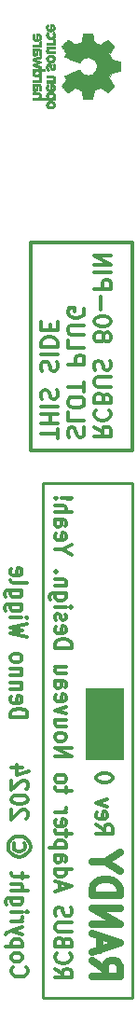
<source format=gbr>
%TF.GenerationSoftware,KiCad,Pcbnew,8.0.4*%
%TF.CreationDate,2024-07-29T13:54:58-07:00*%
%TF.ProjectId,RANDY,52414e44-592e-46b6-9963-61645f706362,0*%
%TF.SameCoordinates,Original*%
%TF.FileFunction,Legend,Bot*%
%TF.FilePolarity,Positive*%
%FSLAX46Y46*%
G04 Gerber Fmt 4.6, Leading zero omitted, Abs format (unit mm)*
G04 Created by KiCad (PCBNEW 8.0.4) date 2024-07-29 13:54:58*
%MOMM*%
%LPD*%
G01*
G04 APERTURE LIST*
G04 Aperture macros list*
%AMRoundRect*
0 Rectangle with rounded corners*
0 $1 Rounding radius*
0 $2 $3 $4 $5 $6 $7 $8 $9 X,Y pos of 4 corners*
0 Add a 4 corners polygon primitive as box body*
4,1,4,$2,$3,$4,$5,$6,$7,$8,$9,$2,$3,0*
0 Add four circle primitives for the rounded corners*
1,1,$1+$1,$2,$3*
1,1,$1+$1,$4,$5*
1,1,$1+$1,$6,$7*
1,1,$1+$1,$8,$9*
0 Add four rect primitives between the rounded corners*
20,1,$1+$1,$2,$3,$4,$5,0*
20,1,$1+$1,$4,$5,$6,$7,0*
20,1,$1+$1,$6,$7,$8,$9,0*
20,1,$1+$1,$8,$9,$2,$3,0*%
G04 Aperture macros list end*
%ADD10C,0.254000*%
%ADD11C,0.300000*%
%ADD12C,0.120000*%
%ADD13C,0.317500*%
%ADD14C,0.635000*%
%ADD15C,0.010000*%
%ADD16C,2.802000*%
%ADD17RoundRect,0.051000X0.850000X0.850000X-0.850000X0.850000X-0.850000X-0.850000X0.850000X-0.850000X0*%
%ADD18O,1.802000X1.802000*%
G04 APERTURE END LIST*
D10*
X9047600Y-58292500D02*
X17175600Y-58292500D01*
X17175600Y-105079300D01*
X9047600Y-105079300D01*
X9047600Y-58292500D01*
D11*
X7937500Y-36449000D02*
X17208500Y-36449000D01*
X17208500Y-55372000D01*
X7937500Y-55372000D01*
X7937500Y-36449000D01*
D12*
X12913600Y-76962000D02*
X16357600Y-76962000D01*
X16357600Y-83375000D01*
X12913600Y-83375000D01*
X12913600Y-76962000D01*
G36*
X12913600Y-76962000D02*
G01*
X16357600Y-76962000D01*
X16357600Y-83375000D01*
X12913600Y-83375000D01*
X12913600Y-76962000D01*
G37*
D13*
X6314621Y-102279014D02*
X6242050Y-102345538D01*
X6242050Y-102345538D02*
X6169478Y-102545109D01*
X6169478Y-102545109D02*
X6169478Y-102678157D01*
X6169478Y-102678157D02*
X6242050Y-102877728D01*
X6242050Y-102877728D02*
X6387192Y-103010776D01*
X6387192Y-103010776D02*
X6532335Y-103077299D01*
X6532335Y-103077299D02*
X6822621Y-103143823D01*
X6822621Y-103143823D02*
X7040335Y-103143823D01*
X7040335Y-103143823D02*
X7330621Y-103077299D01*
X7330621Y-103077299D02*
X7475764Y-103010776D01*
X7475764Y-103010776D02*
X7620907Y-102877728D01*
X7620907Y-102877728D02*
X7693478Y-102678157D01*
X7693478Y-102678157D02*
X7693478Y-102545109D01*
X7693478Y-102545109D02*
X7620907Y-102345538D01*
X7620907Y-102345538D02*
X7548335Y-102279014D01*
X6169478Y-101480728D02*
X6242050Y-101613776D01*
X6242050Y-101613776D02*
X6314621Y-101680299D01*
X6314621Y-101680299D02*
X6459764Y-101746823D01*
X6459764Y-101746823D02*
X6895192Y-101746823D01*
X6895192Y-101746823D02*
X7040335Y-101680299D01*
X7040335Y-101680299D02*
X7112907Y-101613776D01*
X7112907Y-101613776D02*
X7185478Y-101480728D01*
X7185478Y-101480728D02*
X7185478Y-101281157D01*
X7185478Y-101281157D02*
X7112907Y-101148109D01*
X7112907Y-101148109D02*
X7040335Y-101081585D01*
X7040335Y-101081585D02*
X6895192Y-101015061D01*
X6895192Y-101015061D02*
X6459764Y-101015061D01*
X6459764Y-101015061D02*
X6314621Y-101081585D01*
X6314621Y-101081585D02*
X6242050Y-101148109D01*
X6242050Y-101148109D02*
X6169478Y-101281157D01*
X6169478Y-101281157D02*
X6169478Y-101480728D01*
X7185478Y-100416347D02*
X5661478Y-100416347D01*
X7112907Y-100416347D02*
X7185478Y-100283300D01*
X7185478Y-100283300D02*
X7185478Y-100017205D01*
X7185478Y-100017205D02*
X7112907Y-99884157D01*
X7112907Y-99884157D02*
X7040335Y-99817633D01*
X7040335Y-99817633D02*
X6895192Y-99751109D01*
X6895192Y-99751109D02*
X6459764Y-99751109D01*
X6459764Y-99751109D02*
X6314621Y-99817633D01*
X6314621Y-99817633D02*
X6242050Y-99884157D01*
X6242050Y-99884157D02*
X6169478Y-100017205D01*
X6169478Y-100017205D02*
X6169478Y-100283300D01*
X6169478Y-100283300D02*
X6242050Y-100416347D01*
X7185478Y-99285443D02*
X6169478Y-98952824D01*
X7185478Y-98620205D02*
X6169478Y-98952824D01*
X6169478Y-98952824D02*
X5806621Y-99085872D01*
X5806621Y-99085872D02*
X5734050Y-99152395D01*
X5734050Y-99152395D02*
X5661478Y-99285443D01*
X6169478Y-98088014D02*
X7185478Y-98088014D01*
X6895192Y-98088014D02*
X7040335Y-98021491D01*
X7040335Y-98021491D02*
X7112907Y-97954967D01*
X7112907Y-97954967D02*
X7185478Y-97821919D01*
X7185478Y-97821919D02*
X7185478Y-97688872D01*
X6169478Y-97223204D02*
X7185478Y-97223204D01*
X7693478Y-97223204D02*
X7620907Y-97289728D01*
X7620907Y-97289728D02*
X7548335Y-97223204D01*
X7548335Y-97223204D02*
X7620907Y-97156681D01*
X7620907Y-97156681D02*
X7693478Y-97223204D01*
X7693478Y-97223204D02*
X7548335Y-97223204D01*
X7185478Y-95959252D02*
X5951764Y-95959252D01*
X5951764Y-95959252D02*
X5806621Y-96025776D01*
X5806621Y-96025776D02*
X5734050Y-96092300D01*
X5734050Y-96092300D02*
X5661478Y-96225347D01*
X5661478Y-96225347D02*
X5661478Y-96424919D01*
X5661478Y-96424919D02*
X5734050Y-96557966D01*
X6242050Y-95959252D02*
X6169478Y-96092300D01*
X6169478Y-96092300D02*
X6169478Y-96358395D01*
X6169478Y-96358395D02*
X6242050Y-96491443D01*
X6242050Y-96491443D02*
X6314621Y-96557966D01*
X6314621Y-96557966D02*
X6459764Y-96624490D01*
X6459764Y-96624490D02*
X6895192Y-96624490D01*
X6895192Y-96624490D02*
X7040335Y-96557966D01*
X7040335Y-96557966D02*
X7112907Y-96491443D01*
X7112907Y-96491443D02*
X7185478Y-96358395D01*
X7185478Y-96358395D02*
X7185478Y-96092300D01*
X7185478Y-96092300D02*
X7112907Y-95959252D01*
X6169478Y-95294014D02*
X7693478Y-95294014D01*
X6169478Y-94695300D02*
X6967764Y-94695300D01*
X6967764Y-94695300D02*
X7112907Y-94761824D01*
X7112907Y-94761824D02*
X7185478Y-94894872D01*
X7185478Y-94894872D02*
X7185478Y-95094443D01*
X7185478Y-95094443D02*
X7112907Y-95227491D01*
X7112907Y-95227491D02*
X7040335Y-95294014D01*
X7185478Y-94229634D02*
X7185478Y-93697443D01*
X7693478Y-94030062D02*
X6387192Y-94030062D01*
X6387192Y-94030062D02*
X6242050Y-93963539D01*
X6242050Y-93963539D02*
X6169478Y-93830491D01*
X6169478Y-93830491D02*
X6169478Y-93697443D01*
X7330621Y-91036491D02*
X7403192Y-91169538D01*
X7403192Y-91169538D02*
X7403192Y-91435634D01*
X7403192Y-91435634D02*
X7330621Y-91568681D01*
X7330621Y-91568681D02*
X7185478Y-91701729D01*
X7185478Y-91701729D02*
X7040335Y-91768253D01*
X7040335Y-91768253D02*
X6750050Y-91768253D01*
X6750050Y-91768253D02*
X6604907Y-91701729D01*
X6604907Y-91701729D02*
X6459764Y-91568681D01*
X6459764Y-91568681D02*
X6387192Y-91435634D01*
X6387192Y-91435634D02*
X6387192Y-91169538D01*
X6387192Y-91169538D02*
X6459764Y-91036491D01*
X7911192Y-91302586D02*
X7838621Y-91635205D01*
X7838621Y-91635205D02*
X7620907Y-91967824D01*
X7620907Y-91967824D02*
X7258050Y-92167395D01*
X7258050Y-92167395D02*
X6895192Y-92233919D01*
X6895192Y-92233919D02*
X6532335Y-92167395D01*
X6532335Y-92167395D02*
X6169478Y-91967824D01*
X6169478Y-91967824D02*
X5951764Y-91635205D01*
X5951764Y-91635205D02*
X5879192Y-91302586D01*
X5879192Y-91302586D02*
X5951764Y-90969967D01*
X5951764Y-90969967D02*
X6169478Y-90637348D01*
X6169478Y-90637348D02*
X6532335Y-90437776D01*
X6532335Y-90437776D02*
X6895192Y-90371253D01*
X6895192Y-90371253D02*
X7258050Y-90437776D01*
X7258050Y-90437776D02*
X7620907Y-90637348D01*
X7620907Y-90637348D02*
X7838621Y-90969967D01*
X7838621Y-90969967D02*
X7911192Y-91302586D01*
X7548335Y-88774681D02*
X7620907Y-88708157D01*
X7620907Y-88708157D02*
X7693478Y-88575110D01*
X7693478Y-88575110D02*
X7693478Y-88242491D01*
X7693478Y-88242491D02*
X7620907Y-88109443D01*
X7620907Y-88109443D02*
X7548335Y-88042919D01*
X7548335Y-88042919D02*
X7403192Y-87976396D01*
X7403192Y-87976396D02*
X7258050Y-87976396D01*
X7258050Y-87976396D02*
X7040335Y-88042919D01*
X7040335Y-88042919D02*
X6169478Y-88841205D01*
X6169478Y-88841205D02*
X6169478Y-87976396D01*
X7693478Y-87111586D02*
X7693478Y-86978539D01*
X7693478Y-86978539D02*
X7620907Y-86845491D01*
X7620907Y-86845491D02*
X7548335Y-86778967D01*
X7548335Y-86778967D02*
X7403192Y-86712443D01*
X7403192Y-86712443D02*
X7112907Y-86645920D01*
X7112907Y-86645920D02*
X6750050Y-86645920D01*
X6750050Y-86645920D02*
X6459764Y-86712443D01*
X6459764Y-86712443D02*
X6314621Y-86778967D01*
X6314621Y-86778967D02*
X6242050Y-86845491D01*
X6242050Y-86845491D02*
X6169478Y-86978539D01*
X6169478Y-86978539D02*
X6169478Y-87111586D01*
X6169478Y-87111586D02*
X6242050Y-87244634D01*
X6242050Y-87244634D02*
X6314621Y-87311158D01*
X6314621Y-87311158D02*
X6459764Y-87377681D01*
X6459764Y-87377681D02*
X6750050Y-87444205D01*
X6750050Y-87444205D02*
X7112907Y-87444205D01*
X7112907Y-87444205D02*
X7403192Y-87377681D01*
X7403192Y-87377681D02*
X7548335Y-87311158D01*
X7548335Y-87311158D02*
X7620907Y-87244634D01*
X7620907Y-87244634D02*
X7693478Y-87111586D01*
X7548335Y-86113729D02*
X7620907Y-86047205D01*
X7620907Y-86047205D02*
X7693478Y-85914158D01*
X7693478Y-85914158D02*
X7693478Y-85581539D01*
X7693478Y-85581539D02*
X7620907Y-85448491D01*
X7620907Y-85448491D02*
X7548335Y-85381967D01*
X7548335Y-85381967D02*
X7403192Y-85315444D01*
X7403192Y-85315444D02*
X7258050Y-85315444D01*
X7258050Y-85315444D02*
X7040335Y-85381967D01*
X7040335Y-85381967D02*
X6169478Y-86180253D01*
X6169478Y-86180253D02*
X6169478Y-85315444D01*
X7185478Y-84118015D02*
X6169478Y-84118015D01*
X7766050Y-84450634D02*
X6677478Y-84783253D01*
X6677478Y-84783253D02*
X6677478Y-83918444D01*
D14*
X13493567Y-101665546D02*
X14703091Y-102512213D01*
X13493567Y-103116975D02*
X16033567Y-103116975D01*
X16033567Y-103116975D02*
X16033567Y-102149356D01*
X16033567Y-102149356D02*
X15912615Y-101907451D01*
X15912615Y-101907451D02*
X15791662Y-101786498D01*
X15791662Y-101786498D02*
X15549758Y-101665546D01*
X15549758Y-101665546D02*
X15186900Y-101665546D01*
X15186900Y-101665546D02*
X14944996Y-101786498D01*
X14944996Y-101786498D02*
X14824043Y-101907451D01*
X14824043Y-101907451D02*
X14703091Y-102149356D01*
X14703091Y-102149356D02*
X14703091Y-103116975D01*
X14219281Y-100697927D02*
X14219281Y-99488403D01*
X13493567Y-100939832D02*
X16033567Y-100093165D01*
X16033567Y-100093165D02*
X13493567Y-99246498D01*
X13493567Y-98399832D02*
X16033567Y-98399832D01*
X16033567Y-98399832D02*
X13493567Y-96948403D01*
X13493567Y-96948403D02*
X16033567Y-96948403D01*
X13493567Y-95738880D02*
X16033567Y-95738880D01*
X16033567Y-95738880D02*
X16033567Y-95134118D01*
X16033567Y-95134118D02*
X15912615Y-94771261D01*
X15912615Y-94771261D02*
X15670710Y-94529356D01*
X15670710Y-94529356D02*
X15428805Y-94408403D01*
X15428805Y-94408403D02*
X14944996Y-94287451D01*
X14944996Y-94287451D02*
X14582139Y-94287451D01*
X14582139Y-94287451D02*
X14098329Y-94408403D01*
X14098329Y-94408403D02*
X13856424Y-94529356D01*
X13856424Y-94529356D02*
X13614520Y-94771261D01*
X13614520Y-94771261D02*
X13493567Y-95134118D01*
X13493567Y-95134118D02*
X13493567Y-95738880D01*
X14703091Y-92715070D02*
X13493567Y-92715070D01*
X16033567Y-93561737D02*
X14703091Y-92715070D01*
X14703091Y-92715070D02*
X16033567Y-91868403D01*
D13*
X6118678Y-79595499D02*
X7642678Y-79595499D01*
X7642678Y-79595499D02*
X7642678Y-79262880D01*
X7642678Y-79262880D02*
X7570107Y-79063309D01*
X7570107Y-79063309D02*
X7424964Y-78930261D01*
X7424964Y-78930261D02*
X7279821Y-78863738D01*
X7279821Y-78863738D02*
X6989535Y-78797214D01*
X6989535Y-78797214D02*
X6771821Y-78797214D01*
X6771821Y-78797214D02*
X6481535Y-78863738D01*
X6481535Y-78863738D02*
X6336392Y-78930261D01*
X6336392Y-78930261D02*
X6191250Y-79063309D01*
X6191250Y-79063309D02*
X6118678Y-79262880D01*
X6118678Y-79262880D02*
X6118678Y-79595499D01*
X6191250Y-77666309D02*
X6118678Y-77799357D01*
X6118678Y-77799357D02*
X6118678Y-78065452D01*
X6118678Y-78065452D02*
X6191250Y-78198499D01*
X6191250Y-78198499D02*
X6336392Y-78265023D01*
X6336392Y-78265023D02*
X6916964Y-78265023D01*
X6916964Y-78265023D02*
X7062107Y-78198499D01*
X7062107Y-78198499D02*
X7134678Y-78065452D01*
X7134678Y-78065452D02*
X7134678Y-77799357D01*
X7134678Y-77799357D02*
X7062107Y-77666309D01*
X7062107Y-77666309D02*
X6916964Y-77599785D01*
X6916964Y-77599785D02*
X6771821Y-77599785D01*
X6771821Y-77599785D02*
X6626678Y-78265023D01*
X7134678Y-77001070D02*
X6118678Y-77001070D01*
X6989535Y-77001070D02*
X7062107Y-76934547D01*
X7062107Y-76934547D02*
X7134678Y-76801499D01*
X7134678Y-76801499D02*
X7134678Y-76601928D01*
X7134678Y-76601928D02*
X7062107Y-76468880D01*
X7062107Y-76468880D02*
X6916964Y-76402356D01*
X6916964Y-76402356D02*
X6118678Y-76402356D01*
X7134678Y-75737118D02*
X6118678Y-75737118D01*
X6989535Y-75737118D02*
X7062107Y-75670595D01*
X7062107Y-75670595D02*
X7134678Y-75537547D01*
X7134678Y-75537547D02*
X7134678Y-75337976D01*
X7134678Y-75337976D02*
X7062107Y-75204928D01*
X7062107Y-75204928D02*
X6916964Y-75138404D01*
X6916964Y-75138404D02*
X6118678Y-75138404D01*
X6118678Y-74273595D02*
X6191250Y-74406643D01*
X6191250Y-74406643D02*
X6263821Y-74473166D01*
X6263821Y-74473166D02*
X6408964Y-74539690D01*
X6408964Y-74539690D02*
X6844392Y-74539690D01*
X6844392Y-74539690D02*
X6989535Y-74473166D01*
X6989535Y-74473166D02*
X7062107Y-74406643D01*
X7062107Y-74406643D02*
X7134678Y-74273595D01*
X7134678Y-74273595D02*
X7134678Y-74074024D01*
X7134678Y-74074024D02*
X7062107Y-73940976D01*
X7062107Y-73940976D02*
X6989535Y-73874452D01*
X6989535Y-73874452D02*
X6844392Y-73807928D01*
X6844392Y-73807928D02*
X6408964Y-73807928D01*
X6408964Y-73807928D02*
X6263821Y-73874452D01*
X6263821Y-73874452D02*
X6191250Y-73940976D01*
X6191250Y-73940976D02*
X6118678Y-74074024D01*
X6118678Y-74074024D02*
X6118678Y-74273595D01*
X7642678Y-72277881D02*
X6118678Y-71945262D01*
X6118678Y-71945262D02*
X7207250Y-71679167D01*
X7207250Y-71679167D02*
X6118678Y-71413072D01*
X6118678Y-71413072D02*
X7642678Y-71080453D01*
X6118678Y-70548262D02*
X7134678Y-70548262D01*
X7642678Y-70548262D02*
X7570107Y-70614786D01*
X7570107Y-70614786D02*
X7497535Y-70548262D01*
X7497535Y-70548262D02*
X7570107Y-70481739D01*
X7570107Y-70481739D02*
X7642678Y-70548262D01*
X7642678Y-70548262D02*
X7497535Y-70548262D01*
X7134678Y-69284310D02*
X5900964Y-69284310D01*
X5900964Y-69284310D02*
X5755821Y-69350834D01*
X5755821Y-69350834D02*
X5683250Y-69417358D01*
X5683250Y-69417358D02*
X5610678Y-69550405D01*
X5610678Y-69550405D02*
X5610678Y-69749977D01*
X5610678Y-69749977D02*
X5683250Y-69883024D01*
X6191250Y-69284310D02*
X6118678Y-69417358D01*
X6118678Y-69417358D02*
X6118678Y-69683453D01*
X6118678Y-69683453D02*
X6191250Y-69816501D01*
X6191250Y-69816501D02*
X6263821Y-69883024D01*
X6263821Y-69883024D02*
X6408964Y-69949548D01*
X6408964Y-69949548D02*
X6844392Y-69949548D01*
X6844392Y-69949548D02*
X6989535Y-69883024D01*
X6989535Y-69883024D02*
X7062107Y-69816501D01*
X7062107Y-69816501D02*
X7134678Y-69683453D01*
X7134678Y-69683453D02*
X7134678Y-69417358D01*
X7134678Y-69417358D02*
X7062107Y-69284310D01*
X7134678Y-68020358D02*
X5900964Y-68020358D01*
X5900964Y-68020358D02*
X5755821Y-68086882D01*
X5755821Y-68086882D02*
X5683250Y-68153406D01*
X5683250Y-68153406D02*
X5610678Y-68286453D01*
X5610678Y-68286453D02*
X5610678Y-68486025D01*
X5610678Y-68486025D02*
X5683250Y-68619072D01*
X6191250Y-68020358D02*
X6118678Y-68153406D01*
X6118678Y-68153406D02*
X6118678Y-68419501D01*
X6118678Y-68419501D02*
X6191250Y-68552549D01*
X6191250Y-68552549D02*
X6263821Y-68619072D01*
X6263821Y-68619072D02*
X6408964Y-68685596D01*
X6408964Y-68685596D02*
X6844392Y-68685596D01*
X6844392Y-68685596D02*
X6989535Y-68619072D01*
X6989535Y-68619072D02*
X7062107Y-68552549D01*
X7062107Y-68552549D02*
X7134678Y-68419501D01*
X7134678Y-68419501D02*
X7134678Y-68153406D01*
X7134678Y-68153406D02*
X7062107Y-68020358D01*
X6118678Y-67155549D02*
X6191250Y-67288597D01*
X6191250Y-67288597D02*
X6336392Y-67355120D01*
X6336392Y-67355120D02*
X7642678Y-67355120D01*
X6191250Y-66091168D02*
X6118678Y-66224216D01*
X6118678Y-66224216D02*
X6118678Y-66490311D01*
X6118678Y-66490311D02*
X6191250Y-66623358D01*
X6191250Y-66623358D02*
X6336392Y-66689882D01*
X6336392Y-66689882D02*
X6916964Y-66689882D01*
X6916964Y-66689882D02*
X7062107Y-66623358D01*
X7062107Y-66623358D02*
X7134678Y-66490311D01*
X7134678Y-66490311D02*
X7134678Y-66224216D01*
X7134678Y-66224216D02*
X7062107Y-66091168D01*
X7062107Y-66091168D02*
X6916964Y-66024644D01*
X6916964Y-66024644D02*
X6771821Y-66024644D01*
X6771821Y-66024644D02*
X6626678Y-66689882D01*
D11*
X13728503Y-53198346D02*
X14442789Y-53698346D01*
X13728503Y-54055489D02*
X15228503Y-54055489D01*
X15228503Y-54055489D02*
X15228503Y-53484060D01*
X15228503Y-53484060D02*
X15157074Y-53341203D01*
X15157074Y-53341203D02*
X15085646Y-53269774D01*
X15085646Y-53269774D02*
X14942789Y-53198346D01*
X14942789Y-53198346D02*
X14728503Y-53198346D01*
X14728503Y-53198346D02*
X14585646Y-53269774D01*
X14585646Y-53269774D02*
X14514217Y-53341203D01*
X14514217Y-53341203D02*
X14442789Y-53484060D01*
X14442789Y-53484060D02*
X14442789Y-54055489D01*
X13871360Y-51698346D02*
X13799932Y-51769774D01*
X13799932Y-51769774D02*
X13728503Y-51984060D01*
X13728503Y-51984060D02*
X13728503Y-52126917D01*
X13728503Y-52126917D02*
X13799932Y-52341203D01*
X13799932Y-52341203D02*
X13942789Y-52484060D01*
X13942789Y-52484060D02*
X14085646Y-52555489D01*
X14085646Y-52555489D02*
X14371360Y-52626917D01*
X14371360Y-52626917D02*
X14585646Y-52626917D01*
X14585646Y-52626917D02*
X14871360Y-52555489D01*
X14871360Y-52555489D02*
X15014217Y-52484060D01*
X15014217Y-52484060D02*
X15157074Y-52341203D01*
X15157074Y-52341203D02*
X15228503Y-52126917D01*
X15228503Y-52126917D02*
X15228503Y-51984060D01*
X15228503Y-51984060D02*
X15157074Y-51769774D01*
X15157074Y-51769774D02*
X15085646Y-51698346D01*
X14514217Y-50555489D02*
X14442789Y-50341203D01*
X14442789Y-50341203D02*
X14371360Y-50269774D01*
X14371360Y-50269774D02*
X14228503Y-50198346D01*
X14228503Y-50198346D02*
X14014217Y-50198346D01*
X14014217Y-50198346D02*
X13871360Y-50269774D01*
X13871360Y-50269774D02*
X13799932Y-50341203D01*
X13799932Y-50341203D02*
X13728503Y-50484060D01*
X13728503Y-50484060D02*
X13728503Y-51055489D01*
X13728503Y-51055489D02*
X15228503Y-51055489D01*
X15228503Y-51055489D02*
X15228503Y-50555489D01*
X15228503Y-50555489D02*
X15157074Y-50412632D01*
X15157074Y-50412632D02*
X15085646Y-50341203D01*
X15085646Y-50341203D02*
X14942789Y-50269774D01*
X14942789Y-50269774D02*
X14799932Y-50269774D01*
X14799932Y-50269774D02*
X14657074Y-50341203D01*
X14657074Y-50341203D02*
X14585646Y-50412632D01*
X14585646Y-50412632D02*
X14514217Y-50555489D01*
X14514217Y-50555489D02*
X14514217Y-51055489D01*
X15228503Y-49555489D02*
X14014217Y-49555489D01*
X14014217Y-49555489D02*
X13871360Y-49484060D01*
X13871360Y-49484060D02*
X13799932Y-49412632D01*
X13799932Y-49412632D02*
X13728503Y-49269774D01*
X13728503Y-49269774D02*
X13728503Y-48984060D01*
X13728503Y-48984060D02*
X13799932Y-48841203D01*
X13799932Y-48841203D02*
X13871360Y-48769774D01*
X13871360Y-48769774D02*
X14014217Y-48698346D01*
X14014217Y-48698346D02*
X15228503Y-48698346D01*
X13799932Y-48055488D02*
X13728503Y-47841203D01*
X13728503Y-47841203D02*
X13728503Y-47484060D01*
X13728503Y-47484060D02*
X13799932Y-47341203D01*
X13799932Y-47341203D02*
X13871360Y-47269774D01*
X13871360Y-47269774D02*
X14014217Y-47198345D01*
X14014217Y-47198345D02*
X14157074Y-47198345D01*
X14157074Y-47198345D02*
X14299932Y-47269774D01*
X14299932Y-47269774D02*
X14371360Y-47341203D01*
X14371360Y-47341203D02*
X14442789Y-47484060D01*
X14442789Y-47484060D02*
X14514217Y-47769774D01*
X14514217Y-47769774D02*
X14585646Y-47912631D01*
X14585646Y-47912631D02*
X14657074Y-47984060D01*
X14657074Y-47984060D02*
X14799932Y-48055488D01*
X14799932Y-48055488D02*
X14942789Y-48055488D01*
X14942789Y-48055488D02*
X15085646Y-47984060D01*
X15085646Y-47984060D02*
X15157074Y-47912631D01*
X15157074Y-47912631D02*
X15228503Y-47769774D01*
X15228503Y-47769774D02*
X15228503Y-47412631D01*
X15228503Y-47412631D02*
X15157074Y-47198345D01*
X14585646Y-45198346D02*
X14657074Y-45341203D01*
X14657074Y-45341203D02*
X14728503Y-45412632D01*
X14728503Y-45412632D02*
X14871360Y-45484060D01*
X14871360Y-45484060D02*
X14942789Y-45484060D01*
X14942789Y-45484060D02*
X15085646Y-45412632D01*
X15085646Y-45412632D02*
X15157074Y-45341203D01*
X15157074Y-45341203D02*
X15228503Y-45198346D01*
X15228503Y-45198346D02*
X15228503Y-44912632D01*
X15228503Y-44912632D02*
X15157074Y-44769775D01*
X15157074Y-44769775D02*
X15085646Y-44698346D01*
X15085646Y-44698346D02*
X14942789Y-44626917D01*
X14942789Y-44626917D02*
X14871360Y-44626917D01*
X14871360Y-44626917D02*
X14728503Y-44698346D01*
X14728503Y-44698346D02*
X14657074Y-44769775D01*
X14657074Y-44769775D02*
X14585646Y-44912632D01*
X14585646Y-44912632D02*
X14585646Y-45198346D01*
X14585646Y-45198346D02*
X14514217Y-45341203D01*
X14514217Y-45341203D02*
X14442789Y-45412632D01*
X14442789Y-45412632D02*
X14299932Y-45484060D01*
X14299932Y-45484060D02*
X14014217Y-45484060D01*
X14014217Y-45484060D02*
X13871360Y-45412632D01*
X13871360Y-45412632D02*
X13799932Y-45341203D01*
X13799932Y-45341203D02*
X13728503Y-45198346D01*
X13728503Y-45198346D02*
X13728503Y-44912632D01*
X13728503Y-44912632D02*
X13799932Y-44769775D01*
X13799932Y-44769775D02*
X13871360Y-44698346D01*
X13871360Y-44698346D02*
X14014217Y-44626917D01*
X14014217Y-44626917D02*
X14299932Y-44626917D01*
X14299932Y-44626917D02*
X14442789Y-44698346D01*
X14442789Y-44698346D02*
X14514217Y-44769775D01*
X14514217Y-44769775D02*
X14585646Y-44912632D01*
X15228503Y-43698346D02*
X15228503Y-43555489D01*
X15228503Y-43555489D02*
X15157074Y-43412632D01*
X15157074Y-43412632D02*
X15085646Y-43341204D01*
X15085646Y-43341204D02*
X14942789Y-43269775D01*
X14942789Y-43269775D02*
X14657074Y-43198346D01*
X14657074Y-43198346D02*
X14299932Y-43198346D01*
X14299932Y-43198346D02*
X14014217Y-43269775D01*
X14014217Y-43269775D02*
X13871360Y-43341204D01*
X13871360Y-43341204D02*
X13799932Y-43412632D01*
X13799932Y-43412632D02*
X13728503Y-43555489D01*
X13728503Y-43555489D02*
X13728503Y-43698346D01*
X13728503Y-43698346D02*
X13799932Y-43841204D01*
X13799932Y-43841204D02*
X13871360Y-43912632D01*
X13871360Y-43912632D02*
X14014217Y-43984061D01*
X14014217Y-43984061D02*
X14299932Y-44055489D01*
X14299932Y-44055489D02*
X14657074Y-44055489D01*
X14657074Y-44055489D02*
X14942789Y-43984061D01*
X14942789Y-43984061D02*
X15085646Y-43912632D01*
X15085646Y-43912632D02*
X15157074Y-43841204D01*
X15157074Y-43841204D02*
X15228503Y-43698346D01*
X14299932Y-42555490D02*
X14299932Y-41412633D01*
X13728503Y-40698347D02*
X15228503Y-40698347D01*
X15228503Y-40698347D02*
X15228503Y-40126918D01*
X15228503Y-40126918D02*
X15157074Y-39984061D01*
X15157074Y-39984061D02*
X15085646Y-39912632D01*
X15085646Y-39912632D02*
X14942789Y-39841204D01*
X14942789Y-39841204D02*
X14728503Y-39841204D01*
X14728503Y-39841204D02*
X14585646Y-39912632D01*
X14585646Y-39912632D02*
X14514217Y-39984061D01*
X14514217Y-39984061D02*
X14442789Y-40126918D01*
X14442789Y-40126918D02*
X14442789Y-40698347D01*
X13728503Y-39198347D02*
X15228503Y-39198347D01*
X13728503Y-38484061D02*
X15228503Y-38484061D01*
X15228503Y-38484061D02*
X13728503Y-37626918D01*
X13728503Y-37626918D02*
X15228503Y-37626918D01*
X11385016Y-54126917D02*
X11313587Y-53912632D01*
X11313587Y-53912632D02*
X11313587Y-53555489D01*
X11313587Y-53555489D02*
X11385016Y-53412632D01*
X11385016Y-53412632D02*
X11456444Y-53341203D01*
X11456444Y-53341203D02*
X11599301Y-53269774D01*
X11599301Y-53269774D02*
X11742158Y-53269774D01*
X11742158Y-53269774D02*
X11885016Y-53341203D01*
X11885016Y-53341203D02*
X11956444Y-53412632D01*
X11956444Y-53412632D02*
X12027873Y-53555489D01*
X12027873Y-53555489D02*
X12099301Y-53841203D01*
X12099301Y-53841203D02*
X12170730Y-53984060D01*
X12170730Y-53984060D02*
X12242158Y-54055489D01*
X12242158Y-54055489D02*
X12385016Y-54126917D01*
X12385016Y-54126917D02*
X12527873Y-54126917D01*
X12527873Y-54126917D02*
X12670730Y-54055489D01*
X12670730Y-54055489D02*
X12742158Y-53984060D01*
X12742158Y-53984060D02*
X12813587Y-53841203D01*
X12813587Y-53841203D02*
X12813587Y-53484060D01*
X12813587Y-53484060D02*
X12742158Y-53269774D01*
X11313587Y-51912632D02*
X11313587Y-52626918D01*
X11313587Y-52626918D02*
X12813587Y-52626918D01*
X12813587Y-51126917D02*
X12813587Y-50841203D01*
X12813587Y-50841203D02*
X12742158Y-50698346D01*
X12742158Y-50698346D02*
X12599301Y-50555489D01*
X12599301Y-50555489D02*
X12313587Y-50484060D01*
X12313587Y-50484060D02*
X11813587Y-50484060D01*
X11813587Y-50484060D02*
X11527873Y-50555489D01*
X11527873Y-50555489D02*
X11385016Y-50698346D01*
X11385016Y-50698346D02*
X11313587Y-50841203D01*
X11313587Y-50841203D02*
X11313587Y-51126917D01*
X11313587Y-51126917D02*
X11385016Y-51269775D01*
X11385016Y-51269775D02*
X11527873Y-51412632D01*
X11527873Y-51412632D02*
X11813587Y-51484060D01*
X11813587Y-51484060D02*
X12313587Y-51484060D01*
X12313587Y-51484060D02*
X12599301Y-51412632D01*
X12599301Y-51412632D02*
X12742158Y-51269775D01*
X12742158Y-51269775D02*
X12813587Y-51126917D01*
X12813587Y-50055488D02*
X12813587Y-49198346D01*
X11313587Y-49626917D02*
X12813587Y-49626917D01*
X11313587Y-47555489D02*
X12813587Y-47555489D01*
X12813587Y-47555489D02*
X12813587Y-46984060D01*
X12813587Y-46984060D02*
X12742158Y-46841203D01*
X12742158Y-46841203D02*
X12670730Y-46769774D01*
X12670730Y-46769774D02*
X12527873Y-46698346D01*
X12527873Y-46698346D02*
X12313587Y-46698346D01*
X12313587Y-46698346D02*
X12170730Y-46769774D01*
X12170730Y-46769774D02*
X12099301Y-46841203D01*
X12099301Y-46841203D02*
X12027873Y-46984060D01*
X12027873Y-46984060D02*
X12027873Y-47555489D01*
X11313587Y-45341203D02*
X11313587Y-46055489D01*
X11313587Y-46055489D02*
X12813587Y-46055489D01*
X12813587Y-44841203D02*
X11599301Y-44841203D01*
X11599301Y-44841203D02*
X11456444Y-44769774D01*
X11456444Y-44769774D02*
X11385016Y-44698346D01*
X11385016Y-44698346D02*
X11313587Y-44555488D01*
X11313587Y-44555488D02*
X11313587Y-44269774D01*
X11313587Y-44269774D02*
X11385016Y-44126917D01*
X11385016Y-44126917D02*
X11456444Y-44055488D01*
X11456444Y-44055488D02*
X11599301Y-43984060D01*
X11599301Y-43984060D02*
X12813587Y-43984060D01*
X12742158Y-42484059D02*
X12813587Y-42626917D01*
X12813587Y-42626917D02*
X12813587Y-42841202D01*
X12813587Y-42841202D02*
X12742158Y-43055488D01*
X12742158Y-43055488D02*
X12599301Y-43198345D01*
X12599301Y-43198345D02*
X12456444Y-43269774D01*
X12456444Y-43269774D02*
X12170730Y-43341202D01*
X12170730Y-43341202D02*
X11956444Y-43341202D01*
X11956444Y-43341202D02*
X11670730Y-43269774D01*
X11670730Y-43269774D02*
X11527873Y-43198345D01*
X11527873Y-43198345D02*
X11385016Y-43055488D01*
X11385016Y-43055488D02*
X11313587Y-42841202D01*
X11313587Y-42841202D02*
X11313587Y-42698345D01*
X11313587Y-42698345D02*
X11385016Y-42484059D01*
X11385016Y-42484059D02*
X11456444Y-42412631D01*
X11456444Y-42412631D02*
X11956444Y-42412631D01*
X11956444Y-42412631D02*
X11956444Y-42698345D01*
X10398671Y-54269774D02*
X10398671Y-53412632D01*
X8898671Y-53841203D02*
X10398671Y-53841203D01*
X8898671Y-52912632D02*
X10398671Y-52912632D01*
X9684385Y-52912632D02*
X9684385Y-52055489D01*
X8898671Y-52055489D02*
X10398671Y-52055489D01*
X8898671Y-51341203D02*
X10398671Y-51341203D01*
X8970100Y-50698345D02*
X8898671Y-50484060D01*
X8898671Y-50484060D02*
X8898671Y-50126917D01*
X8898671Y-50126917D02*
X8970100Y-49984060D01*
X8970100Y-49984060D02*
X9041528Y-49912631D01*
X9041528Y-49912631D02*
X9184385Y-49841202D01*
X9184385Y-49841202D02*
X9327242Y-49841202D01*
X9327242Y-49841202D02*
X9470100Y-49912631D01*
X9470100Y-49912631D02*
X9541528Y-49984060D01*
X9541528Y-49984060D02*
X9612957Y-50126917D01*
X9612957Y-50126917D02*
X9684385Y-50412631D01*
X9684385Y-50412631D02*
X9755814Y-50555488D01*
X9755814Y-50555488D02*
X9827242Y-50626917D01*
X9827242Y-50626917D02*
X9970100Y-50698345D01*
X9970100Y-50698345D02*
X10112957Y-50698345D01*
X10112957Y-50698345D02*
X10255814Y-50626917D01*
X10255814Y-50626917D02*
X10327242Y-50555488D01*
X10327242Y-50555488D02*
X10398671Y-50412631D01*
X10398671Y-50412631D02*
X10398671Y-50055488D01*
X10398671Y-50055488D02*
X10327242Y-49841202D01*
X8970100Y-48126917D02*
X8898671Y-47912632D01*
X8898671Y-47912632D02*
X8898671Y-47555489D01*
X8898671Y-47555489D02*
X8970100Y-47412632D01*
X8970100Y-47412632D02*
X9041528Y-47341203D01*
X9041528Y-47341203D02*
X9184385Y-47269774D01*
X9184385Y-47269774D02*
X9327242Y-47269774D01*
X9327242Y-47269774D02*
X9470100Y-47341203D01*
X9470100Y-47341203D02*
X9541528Y-47412632D01*
X9541528Y-47412632D02*
X9612957Y-47555489D01*
X9612957Y-47555489D02*
X9684385Y-47841203D01*
X9684385Y-47841203D02*
X9755814Y-47984060D01*
X9755814Y-47984060D02*
X9827242Y-48055489D01*
X9827242Y-48055489D02*
X9970100Y-48126917D01*
X9970100Y-48126917D02*
X10112957Y-48126917D01*
X10112957Y-48126917D02*
X10255814Y-48055489D01*
X10255814Y-48055489D02*
X10327242Y-47984060D01*
X10327242Y-47984060D02*
X10398671Y-47841203D01*
X10398671Y-47841203D02*
X10398671Y-47484060D01*
X10398671Y-47484060D02*
X10327242Y-47269774D01*
X8898671Y-46626918D02*
X10398671Y-46626918D01*
X8898671Y-45912632D02*
X10398671Y-45912632D01*
X10398671Y-45912632D02*
X10398671Y-45555489D01*
X10398671Y-45555489D02*
X10327242Y-45341203D01*
X10327242Y-45341203D02*
X10184385Y-45198346D01*
X10184385Y-45198346D02*
X10041528Y-45126917D01*
X10041528Y-45126917D02*
X9755814Y-45055489D01*
X9755814Y-45055489D02*
X9541528Y-45055489D01*
X9541528Y-45055489D02*
X9255814Y-45126917D01*
X9255814Y-45126917D02*
X9112957Y-45198346D01*
X9112957Y-45198346D02*
X8970100Y-45341203D01*
X8970100Y-45341203D02*
X8898671Y-45555489D01*
X8898671Y-45555489D02*
X8898671Y-45912632D01*
X9684385Y-44412632D02*
X9684385Y-43912632D01*
X8898671Y-43698346D02*
X8898671Y-44412632D01*
X8898671Y-44412632D02*
X10398671Y-44412632D01*
X10398671Y-44412632D02*
X10398671Y-43698346D01*
D13*
X13891078Y-89338214D02*
X14616792Y-89803880D01*
X13891078Y-90136499D02*
X15415078Y-90136499D01*
X15415078Y-90136499D02*
X15415078Y-89604309D01*
X15415078Y-89604309D02*
X15342507Y-89471261D01*
X15342507Y-89471261D02*
X15269935Y-89404738D01*
X15269935Y-89404738D02*
X15124792Y-89338214D01*
X15124792Y-89338214D02*
X14907078Y-89338214D01*
X14907078Y-89338214D02*
X14761935Y-89404738D01*
X14761935Y-89404738D02*
X14689364Y-89471261D01*
X14689364Y-89471261D02*
X14616792Y-89604309D01*
X14616792Y-89604309D02*
X14616792Y-90136499D01*
X13963650Y-88207309D02*
X13891078Y-88340357D01*
X13891078Y-88340357D02*
X13891078Y-88606452D01*
X13891078Y-88606452D02*
X13963650Y-88739499D01*
X13963650Y-88739499D02*
X14108792Y-88806023D01*
X14108792Y-88806023D02*
X14689364Y-88806023D01*
X14689364Y-88806023D02*
X14834507Y-88739499D01*
X14834507Y-88739499D02*
X14907078Y-88606452D01*
X14907078Y-88606452D02*
X14907078Y-88340357D01*
X14907078Y-88340357D02*
X14834507Y-88207309D01*
X14834507Y-88207309D02*
X14689364Y-88140785D01*
X14689364Y-88140785D02*
X14544221Y-88140785D01*
X14544221Y-88140785D02*
X14399078Y-88806023D01*
X14907078Y-87675118D02*
X13891078Y-87342499D01*
X13891078Y-87342499D02*
X14907078Y-87009880D01*
X15415078Y-85147213D02*
X15415078Y-85014166D01*
X15415078Y-85014166D02*
X15342507Y-84881118D01*
X15342507Y-84881118D02*
X15269935Y-84814594D01*
X15269935Y-84814594D02*
X15124792Y-84748070D01*
X15124792Y-84748070D02*
X14834507Y-84681547D01*
X14834507Y-84681547D02*
X14471650Y-84681547D01*
X14471650Y-84681547D02*
X14181364Y-84748070D01*
X14181364Y-84748070D02*
X14036221Y-84814594D01*
X14036221Y-84814594D02*
X13963650Y-84881118D01*
X13963650Y-84881118D02*
X13891078Y-85014166D01*
X13891078Y-85014166D02*
X13891078Y-85147213D01*
X13891078Y-85147213D02*
X13963650Y-85280261D01*
X13963650Y-85280261D02*
X14036221Y-85346785D01*
X14036221Y-85346785D02*
X14181364Y-85413308D01*
X14181364Y-85413308D02*
X14471650Y-85479832D01*
X14471650Y-85479832D02*
X14834507Y-85479832D01*
X14834507Y-85479832D02*
X15124792Y-85413308D01*
X15124792Y-85413308D02*
X15269935Y-85346785D01*
X15269935Y-85346785D02*
X15342507Y-85280261D01*
X15342507Y-85280261D02*
X15415078Y-85147213D01*
X10137078Y-102418714D02*
X10862792Y-102884380D01*
X10137078Y-103216999D02*
X11661078Y-103216999D01*
X11661078Y-103216999D02*
X11661078Y-102684809D01*
X11661078Y-102684809D02*
X11588507Y-102551761D01*
X11588507Y-102551761D02*
X11515935Y-102485238D01*
X11515935Y-102485238D02*
X11370792Y-102418714D01*
X11370792Y-102418714D02*
X11153078Y-102418714D01*
X11153078Y-102418714D02*
X11007935Y-102485238D01*
X11007935Y-102485238D02*
X10935364Y-102551761D01*
X10935364Y-102551761D02*
X10862792Y-102684809D01*
X10862792Y-102684809D02*
X10862792Y-103216999D01*
X10282221Y-101021714D02*
X10209650Y-101088238D01*
X10209650Y-101088238D02*
X10137078Y-101287809D01*
X10137078Y-101287809D02*
X10137078Y-101420857D01*
X10137078Y-101420857D02*
X10209650Y-101620428D01*
X10209650Y-101620428D02*
X10354792Y-101753476D01*
X10354792Y-101753476D02*
X10499935Y-101819999D01*
X10499935Y-101819999D02*
X10790221Y-101886523D01*
X10790221Y-101886523D02*
X11007935Y-101886523D01*
X11007935Y-101886523D02*
X11298221Y-101819999D01*
X11298221Y-101819999D02*
X11443364Y-101753476D01*
X11443364Y-101753476D02*
X11588507Y-101620428D01*
X11588507Y-101620428D02*
X11661078Y-101420857D01*
X11661078Y-101420857D02*
X11661078Y-101287809D01*
X11661078Y-101287809D02*
X11588507Y-101088238D01*
X11588507Y-101088238D02*
X11515935Y-101021714D01*
X10935364Y-99957333D02*
X10862792Y-99757761D01*
X10862792Y-99757761D02*
X10790221Y-99691238D01*
X10790221Y-99691238D02*
X10645078Y-99624714D01*
X10645078Y-99624714D02*
X10427364Y-99624714D01*
X10427364Y-99624714D02*
X10282221Y-99691238D01*
X10282221Y-99691238D02*
X10209650Y-99757761D01*
X10209650Y-99757761D02*
X10137078Y-99890809D01*
X10137078Y-99890809D02*
X10137078Y-100422999D01*
X10137078Y-100422999D02*
X11661078Y-100422999D01*
X11661078Y-100422999D02*
X11661078Y-99957333D01*
X11661078Y-99957333D02*
X11588507Y-99824285D01*
X11588507Y-99824285D02*
X11515935Y-99757761D01*
X11515935Y-99757761D02*
X11370792Y-99691238D01*
X11370792Y-99691238D02*
X11225650Y-99691238D01*
X11225650Y-99691238D02*
X11080507Y-99757761D01*
X11080507Y-99757761D02*
X11007935Y-99824285D01*
X11007935Y-99824285D02*
X10935364Y-99957333D01*
X10935364Y-99957333D02*
X10935364Y-100422999D01*
X11661078Y-99025999D02*
X10427364Y-99025999D01*
X10427364Y-99025999D02*
X10282221Y-98959476D01*
X10282221Y-98959476D02*
X10209650Y-98892952D01*
X10209650Y-98892952D02*
X10137078Y-98759904D01*
X10137078Y-98759904D02*
X10137078Y-98493809D01*
X10137078Y-98493809D02*
X10209650Y-98360761D01*
X10209650Y-98360761D02*
X10282221Y-98294238D01*
X10282221Y-98294238D02*
X10427364Y-98227714D01*
X10427364Y-98227714D02*
X11661078Y-98227714D01*
X10209650Y-97628999D02*
X10137078Y-97429428D01*
X10137078Y-97429428D02*
X10137078Y-97096809D01*
X10137078Y-97096809D02*
X10209650Y-96963761D01*
X10209650Y-96963761D02*
X10282221Y-96897237D01*
X10282221Y-96897237D02*
X10427364Y-96830714D01*
X10427364Y-96830714D02*
X10572507Y-96830714D01*
X10572507Y-96830714D02*
X10717650Y-96897237D01*
X10717650Y-96897237D02*
X10790221Y-96963761D01*
X10790221Y-96963761D02*
X10862792Y-97096809D01*
X10862792Y-97096809D02*
X10935364Y-97362904D01*
X10935364Y-97362904D02*
X11007935Y-97495952D01*
X11007935Y-97495952D02*
X11080507Y-97562475D01*
X11080507Y-97562475D02*
X11225650Y-97628999D01*
X11225650Y-97628999D02*
X11370792Y-97628999D01*
X11370792Y-97628999D02*
X11515935Y-97562475D01*
X11515935Y-97562475D02*
X11588507Y-97495952D01*
X11588507Y-97495952D02*
X11661078Y-97362904D01*
X11661078Y-97362904D02*
X11661078Y-97030285D01*
X11661078Y-97030285D02*
X11588507Y-96830714D01*
X10572507Y-95234142D02*
X10572507Y-94568904D01*
X10137078Y-95367190D02*
X11661078Y-94901523D01*
X11661078Y-94901523D02*
X10137078Y-94435857D01*
X10137078Y-93371475D02*
X11661078Y-93371475D01*
X10209650Y-93371475D02*
X10137078Y-93504523D01*
X10137078Y-93504523D02*
X10137078Y-93770618D01*
X10137078Y-93770618D02*
X10209650Y-93903666D01*
X10209650Y-93903666D02*
X10282221Y-93970189D01*
X10282221Y-93970189D02*
X10427364Y-94036713D01*
X10427364Y-94036713D02*
X10862792Y-94036713D01*
X10862792Y-94036713D02*
X11007935Y-93970189D01*
X11007935Y-93970189D02*
X11080507Y-93903666D01*
X11080507Y-93903666D02*
X11153078Y-93770618D01*
X11153078Y-93770618D02*
X11153078Y-93504523D01*
X11153078Y-93504523D02*
X11080507Y-93371475D01*
X10137078Y-92107523D02*
X10935364Y-92107523D01*
X10935364Y-92107523D02*
X11080507Y-92174047D01*
X11080507Y-92174047D02*
X11153078Y-92307095D01*
X11153078Y-92307095D02*
X11153078Y-92573190D01*
X11153078Y-92573190D02*
X11080507Y-92706237D01*
X10209650Y-92107523D02*
X10137078Y-92240571D01*
X10137078Y-92240571D02*
X10137078Y-92573190D01*
X10137078Y-92573190D02*
X10209650Y-92706237D01*
X10209650Y-92706237D02*
X10354792Y-92772761D01*
X10354792Y-92772761D02*
X10499935Y-92772761D01*
X10499935Y-92772761D02*
X10645078Y-92706237D01*
X10645078Y-92706237D02*
X10717650Y-92573190D01*
X10717650Y-92573190D02*
X10717650Y-92240571D01*
X10717650Y-92240571D02*
X10790221Y-92107523D01*
X11153078Y-91442285D02*
X9629078Y-91442285D01*
X11080507Y-91442285D02*
X11153078Y-91309238D01*
X11153078Y-91309238D02*
X11153078Y-91043143D01*
X11153078Y-91043143D02*
X11080507Y-90910095D01*
X11080507Y-90910095D02*
X11007935Y-90843571D01*
X11007935Y-90843571D02*
X10862792Y-90777047D01*
X10862792Y-90777047D02*
X10427364Y-90777047D01*
X10427364Y-90777047D02*
X10282221Y-90843571D01*
X10282221Y-90843571D02*
X10209650Y-90910095D01*
X10209650Y-90910095D02*
X10137078Y-91043143D01*
X10137078Y-91043143D02*
X10137078Y-91309238D01*
X10137078Y-91309238D02*
X10209650Y-91442285D01*
X11153078Y-90377905D02*
X11153078Y-89845714D01*
X11661078Y-90178333D02*
X10354792Y-90178333D01*
X10354792Y-90178333D02*
X10209650Y-90111810D01*
X10209650Y-90111810D02*
X10137078Y-89978762D01*
X10137078Y-89978762D02*
X10137078Y-89845714D01*
X10209650Y-88847857D02*
X10137078Y-88980905D01*
X10137078Y-88980905D02*
X10137078Y-89247000D01*
X10137078Y-89247000D02*
X10209650Y-89380047D01*
X10209650Y-89380047D02*
X10354792Y-89446571D01*
X10354792Y-89446571D02*
X10935364Y-89446571D01*
X10935364Y-89446571D02*
X11080507Y-89380047D01*
X11080507Y-89380047D02*
X11153078Y-89247000D01*
X11153078Y-89247000D02*
X11153078Y-88980905D01*
X11153078Y-88980905D02*
X11080507Y-88847857D01*
X11080507Y-88847857D02*
X10935364Y-88781333D01*
X10935364Y-88781333D02*
X10790221Y-88781333D01*
X10790221Y-88781333D02*
X10645078Y-89446571D01*
X10137078Y-88182618D02*
X11153078Y-88182618D01*
X10862792Y-88182618D02*
X11007935Y-88116095D01*
X11007935Y-88116095D02*
X11080507Y-88049571D01*
X11080507Y-88049571D02*
X11153078Y-87916523D01*
X11153078Y-87916523D02*
X11153078Y-87783476D01*
X11153078Y-86452999D02*
X11153078Y-85920808D01*
X11661078Y-86253427D02*
X10354792Y-86253427D01*
X10354792Y-86253427D02*
X10209650Y-86186904D01*
X10209650Y-86186904D02*
X10137078Y-86053856D01*
X10137078Y-86053856D02*
X10137078Y-85920808D01*
X10137078Y-85255570D02*
X10209650Y-85388618D01*
X10209650Y-85388618D02*
X10282221Y-85455141D01*
X10282221Y-85455141D02*
X10427364Y-85521665D01*
X10427364Y-85521665D02*
X10862792Y-85521665D01*
X10862792Y-85521665D02*
X11007935Y-85455141D01*
X11007935Y-85455141D02*
X11080507Y-85388618D01*
X11080507Y-85388618D02*
X11153078Y-85255570D01*
X11153078Y-85255570D02*
X11153078Y-85055999D01*
X11153078Y-85055999D02*
X11080507Y-84922951D01*
X11080507Y-84922951D02*
X11007935Y-84856427D01*
X11007935Y-84856427D02*
X10862792Y-84789903D01*
X10862792Y-84789903D02*
X10427364Y-84789903D01*
X10427364Y-84789903D02*
X10282221Y-84856427D01*
X10282221Y-84856427D02*
X10209650Y-84922951D01*
X10209650Y-84922951D02*
X10137078Y-85055999D01*
X10137078Y-85055999D02*
X10137078Y-85255570D01*
X10137078Y-83126808D02*
X11661078Y-83126808D01*
X11661078Y-83126808D02*
X10137078Y-82328523D01*
X10137078Y-82328523D02*
X11661078Y-82328523D01*
X10137078Y-81463713D02*
X10209650Y-81596761D01*
X10209650Y-81596761D02*
X10282221Y-81663284D01*
X10282221Y-81663284D02*
X10427364Y-81729808D01*
X10427364Y-81729808D02*
X10862792Y-81729808D01*
X10862792Y-81729808D02*
X11007935Y-81663284D01*
X11007935Y-81663284D02*
X11080507Y-81596761D01*
X11080507Y-81596761D02*
X11153078Y-81463713D01*
X11153078Y-81463713D02*
X11153078Y-81264142D01*
X11153078Y-81264142D02*
X11080507Y-81131094D01*
X11080507Y-81131094D02*
X11007935Y-81064570D01*
X11007935Y-81064570D02*
X10862792Y-80998046D01*
X10862792Y-80998046D02*
X10427364Y-80998046D01*
X10427364Y-80998046D02*
X10282221Y-81064570D01*
X10282221Y-81064570D02*
X10209650Y-81131094D01*
X10209650Y-81131094D02*
X10137078Y-81264142D01*
X10137078Y-81264142D02*
X10137078Y-81463713D01*
X11153078Y-79800618D02*
X10137078Y-79800618D01*
X11153078Y-80399332D02*
X10354792Y-80399332D01*
X10354792Y-80399332D02*
X10209650Y-80332809D01*
X10209650Y-80332809D02*
X10137078Y-80199761D01*
X10137078Y-80199761D02*
X10137078Y-80000190D01*
X10137078Y-80000190D02*
X10209650Y-79867142D01*
X10209650Y-79867142D02*
X10282221Y-79800618D01*
X11153078Y-79268428D02*
X10137078Y-78935809D01*
X10137078Y-78935809D02*
X11153078Y-78603190D01*
X10209650Y-77538809D02*
X10137078Y-77671857D01*
X10137078Y-77671857D02*
X10137078Y-77937952D01*
X10137078Y-77937952D02*
X10209650Y-78070999D01*
X10209650Y-78070999D02*
X10354792Y-78137523D01*
X10354792Y-78137523D02*
X10935364Y-78137523D01*
X10935364Y-78137523D02*
X11080507Y-78070999D01*
X11080507Y-78070999D02*
X11153078Y-77937952D01*
X11153078Y-77937952D02*
X11153078Y-77671857D01*
X11153078Y-77671857D02*
X11080507Y-77538809D01*
X11080507Y-77538809D02*
X10935364Y-77472285D01*
X10935364Y-77472285D02*
X10790221Y-77472285D01*
X10790221Y-77472285D02*
X10645078Y-78137523D01*
X10137078Y-76274856D02*
X10935364Y-76274856D01*
X10935364Y-76274856D02*
X11080507Y-76341380D01*
X11080507Y-76341380D02*
X11153078Y-76474428D01*
X11153078Y-76474428D02*
X11153078Y-76740523D01*
X11153078Y-76740523D02*
X11080507Y-76873570D01*
X10209650Y-76274856D02*
X10137078Y-76407904D01*
X10137078Y-76407904D02*
X10137078Y-76740523D01*
X10137078Y-76740523D02*
X10209650Y-76873570D01*
X10209650Y-76873570D02*
X10354792Y-76940094D01*
X10354792Y-76940094D02*
X10499935Y-76940094D01*
X10499935Y-76940094D02*
X10645078Y-76873570D01*
X10645078Y-76873570D02*
X10717650Y-76740523D01*
X10717650Y-76740523D02*
X10717650Y-76407904D01*
X10717650Y-76407904D02*
X10790221Y-76274856D01*
X11153078Y-75010904D02*
X10137078Y-75010904D01*
X11153078Y-75609618D02*
X10354792Y-75609618D01*
X10354792Y-75609618D02*
X10209650Y-75543095D01*
X10209650Y-75543095D02*
X10137078Y-75410047D01*
X10137078Y-75410047D02*
X10137078Y-75210476D01*
X10137078Y-75210476D02*
X10209650Y-75077428D01*
X10209650Y-75077428D02*
X10282221Y-75010904D01*
X10137078Y-73281285D02*
X11661078Y-73281285D01*
X11661078Y-73281285D02*
X11661078Y-72948666D01*
X11661078Y-72948666D02*
X11588507Y-72749095D01*
X11588507Y-72749095D02*
X11443364Y-72616047D01*
X11443364Y-72616047D02*
X11298221Y-72549524D01*
X11298221Y-72549524D02*
X11007935Y-72483000D01*
X11007935Y-72483000D02*
X10790221Y-72483000D01*
X10790221Y-72483000D02*
X10499935Y-72549524D01*
X10499935Y-72549524D02*
X10354792Y-72616047D01*
X10354792Y-72616047D02*
X10209650Y-72749095D01*
X10209650Y-72749095D02*
X10137078Y-72948666D01*
X10137078Y-72948666D02*
X10137078Y-73281285D01*
X10209650Y-71352095D02*
X10137078Y-71485143D01*
X10137078Y-71485143D02*
X10137078Y-71751238D01*
X10137078Y-71751238D02*
X10209650Y-71884285D01*
X10209650Y-71884285D02*
X10354792Y-71950809D01*
X10354792Y-71950809D02*
X10935364Y-71950809D01*
X10935364Y-71950809D02*
X11080507Y-71884285D01*
X11080507Y-71884285D02*
X11153078Y-71751238D01*
X11153078Y-71751238D02*
X11153078Y-71485143D01*
X11153078Y-71485143D02*
X11080507Y-71352095D01*
X11080507Y-71352095D02*
X10935364Y-71285571D01*
X10935364Y-71285571D02*
X10790221Y-71285571D01*
X10790221Y-71285571D02*
X10645078Y-71950809D01*
X10209650Y-70753380D02*
X10137078Y-70620333D01*
X10137078Y-70620333D02*
X10137078Y-70354237D01*
X10137078Y-70354237D02*
X10209650Y-70221190D01*
X10209650Y-70221190D02*
X10354792Y-70154666D01*
X10354792Y-70154666D02*
X10427364Y-70154666D01*
X10427364Y-70154666D02*
X10572507Y-70221190D01*
X10572507Y-70221190D02*
X10645078Y-70354237D01*
X10645078Y-70354237D02*
X10645078Y-70553809D01*
X10645078Y-70553809D02*
X10717650Y-70686856D01*
X10717650Y-70686856D02*
X10862792Y-70753380D01*
X10862792Y-70753380D02*
X10935364Y-70753380D01*
X10935364Y-70753380D02*
X11080507Y-70686856D01*
X11080507Y-70686856D02*
X11153078Y-70553809D01*
X11153078Y-70553809D02*
X11153078Y-70354237D01*
X11153078Y-70354237D02*
X11080507Y-70221190D01*
X10137078Y-69555951D02*
X11153078Y-69555951D01*
X11661078Y-69555951D02*
X11588507Y-69622475D01*
X11588507Y-69622475D02*
X11515935Y-69555951D01*
X11515935Y-69555951D02*
X11588507Y-69489428D01*
X11588507Y-69489428D02*
X11661078Y-69555951D01*
X11661078Y-69555951D02*
X11515935Y-69555951D01*
X11153078Y-68291999D02*
X9919364Y-68291999D01*
X9919364Y-68291999D02*
X9774221Y-68358523D01*
X9774221Y-68358523D02*
X9701650Y-68425047D01*
X9701650Y-68425047D02*
X9629078Y-68558094D01*
X9629078Y-68558094D02*
X9629078Y-68757666D01*
X9629078Y-68757666D02*
X9701650Y-68890713D01*
X10209650Y-68291999D02*
X10137078Y-68425047D01*
X10137078Y-68425047D02*
X10137078Y-68691142D01*
X10137078Y-68691142D02*
X10209650Y-68824190D01*
X10209650Y-68824190D02*
X10282221Y-68890713D01*
X10282221Y-68890713D02*
X10427364Y-68957237D01*
X10427364Y-68957237D02*
X10862792Y-68957237D01*
X10862792Y-68957237D02*
X11007935Y-68890713D01*
X11007935Y-68890713D02*
X11080507Y-68824190D01*
X11080507Y-68824190D02*
X11153078Y-68691142D01*
X11153078Y-68691142D02*
X11153078Y-68425047D01*
X11153078Y-68425047D02*
X11080507Y-68291999D01*
X11153078Y-67626761D02*
X10137078Y-67626761D01*
X11007935Y-67626761D02*
X11080507Y-67560238D01*
X11080507Y-67560238D02*
X11153078Y-67427190D01*
X11153078Y-67427190D02*
X11153078Y-67227619D01*
X11153078Y-67227619D02*
X11080507Y-67094571D01*
X11080507Y-67094571D02*
X10935364Y-67028047D01*
X10935364Y-67028047D02*
X10137078Y-67028047D01*
X10282221Y-66362809D02*
X10209650Y-66296286D01*
X10209650Y-66296286D02*
X10137078Y-66362809D01*
X10137078Y-66362809D02*
X10209650Y-66429333D01*
X10209650Y-66429333D02*
X10282221Y-66362809D01*
X10282221Y-66362809D02*
X10137078Y-66362809D01*
X10862792Y-64367095D02*
X10137078Y-64367095D01*
X11661078Y-64832762D02*
X10862792Y-64367095D01*
X10862792Y-64367095D02*
X11661078Y-63901429D01*
X10209650Y-62903571D02*
X10137078Y-63036619D01*
X10137078Y-63036619D02*
X10137078Y-63302714D01*
X10137078Y-63302714D02*
X10209650Y-63435761D01*
X10209650Y-63435761D02*
X10354792Y-63502285D01*
X10354792Y-63502285D02*
X10935364Y-63502285D01*
X10935364Y-63502285D02*
X11080507Y-63435761D01*
X11080507Y-63435761D02*
X11153078Y-63302714D01*
X11153078Y-63302714D02*
X11153078Y-63036619D01*
X11153078Y-63036619D02*
X11080507Y-62903571D01*
X11080507Y-62903571D02*
X10935364Y-62837047D01*
X10935364Y-62837047D02*
X10790221Y-62837047D01*
X10790221Y-62837047D02*
X10645078Y-63502285D01*
X10137078Y-61639618D02*
X10935364Y-61639618D01*
X10935364Y-61639618D02*
X11080507Y-61706142D01*
X11080507Y-61706142D02*
X11153078Y-61839190D01*
X11153078Y-61839190D02*
X11153078Y-62105285D01*
X11153078Y-62105285D02*
X11080507Y-62238332D01*
X10209650Y-61639618D02*
X10137078Y-61772666D01*
X10137078Y-61772666D02*
X10137078Y-62105285D01*
X10137078Y-62105285D02*
X10209650Y-62238332D01*
X10209650Y-62238332D02*
X10354792Y-62304856D01*
X10354792Y-62304856D02*
X10499935Y-62304856D01*
X10499935Y-62304856D02*
X10645078Y-62238332D01*
X10645078Y-62238332D02*
X10717650Y-62105285D01*
X10717650Y-62105285D02*
X10717650Y-61772666D01*
X10717650Y-61772666D02*
X10790221Y-61639618D01*
X10137078Y-60974380D02*
X11661078Y-60974380D01*
X10137078Y-60375666D02*
X10935364Y-60375666D01*
X10935364Y-60375666D02*
X11080507Y-60442190D01*
X11080507Y-60442190D02*
X11153078Y-60575238D01*
X11153078Y-60575238D02*
X11153078Y-60774809D01*
X11153078Y-60774809D02*
X11080507Y-60907857D01*
X11080507Y-60907857D02*
X11007935Y-60974380D01*
X10282221Y-59710428D02*
X10209650Y-59643905D01*
X10209650Y-59643905D02*
X10137078Y-59710428D01*
X10137078Y-59710428D02*
X10209650Y-59776952D01*
X10209650Y-59776952D02*
X10282221Y-59710428D01*
X10282221Y-59710428D02*
X10137078Y-59710428D01*
X10717650Y-59710428D02*
X11588507Y-59776952D01*
X11588507Y-59776952D02*
X11661078Y-59710428D01*
X11661078Y-59710428D02*
X11588507Y-59643905D01*
X11588507Y-59643905D02*
X10717650Y-59710428D01*
X10717650Y-59710428D02*
X11661078Y-59710428D01*
D15*
%TO.C,LOGO1*%
X10113005Y-17986528D02*
X10135194Y-18023535D01*
X10152755Y-18081012D01*
X10161462Y-18143372D01*
X10158184Y-18196084D01*
X10145395Y-18237050D01*
X10124139Y-18287499D01*
X10112716Y-18311926D01*
X10110651Y-18329555D01*
X10126484Y-18333453D01*
X10126932Y-18333457D01*
X10142049Y-18341712D01*
X10149797Y-18370181D01*
X10151979Y-18425361D01*
X10151979Y-18517269D01*
X9349874Y-18517269D01*
X9349874Y-18333453D01*
X9902917Y-18333453D01*
X9945266Y-18287758D01*
X9957302Y-18273482D01*
X9977866Y-18230958D01*
X9978690Y-18178592D01*
X9960544Y-18107289D01*
X9959395Y-18083252D01*
X9976998Y-18055056D01*
X10018838Y-18017526D01*
X10041981Y-17999321D01*
X10074658Y-17977791D01*
X10095458Y-17974473D01*
X10113005Y-17986528D01*
G36*
X10113005Y-17986528D02*
G01*
X10135194Y-18023535D01*
X10152755Y-18081012D01*
X10161462Y-18143372D01*
X10158184Y-18196084D01*
X10145395Y-18237050D01*
X10124139Y-18287499D01*
X10112716Y-18311926D01*
X10110651Y-18329555D01*
X10126484Y-18333453D01*
X10126932Y-18333457D01*
X10142049Y-18341712D01*
X10149797Y-18370181D01*
X10151979Y-18425361D01*
X10151979Y-18517269D01*
X9349874Y-18517269D01*
X9349874Y-18333453D01*
X9902917Y-18333453D01*
X9945266Y-18287758D01*
X9957302Y-18273482D01*
X9977866Y-18230958D01*
X9978690Y-18178592D01*
X9960544Y-18107289D01*
X9959395Y-18083252D01*
X9976998Y-18055056D01*
X10018838Y-18017526D01*
X10041981Y-17999321D01*
X10074658Y-17977791D01*
X10095458Y-17974473D01*
X10113005Y-17986528D01*
G37*
X8867536Y-18198420D02*
X8886288Y-18234992D01*
X8898953Y-18299233D01*
X8899367Y-18371640D01*
X8887684Y-18439463D01*
X8864056Y-18489950D01*
X8829422Y-18533979D01*
X8864056Y-18533979D01*
X8877206Y-18535076D01*
X8891148Y-18545285D01*
X8897306Y-18572893D01*
X8898690Y-18625887D01*
X8898690Y-18717795D01*
X8079874Y-18717795D01*
X8079874Y-18533979D01*
X8346456Y-18533979D01*
X8361760Y-18533957D01*
X8469340Y-18532389D01*
X8556973Y-18528541D01*
X8620176Y-18522687D01*
X8654471Y-18515101D01*
X8667418Y-18508136D01*
X8708022Y-18465260D01*
X8725996Y-18406858D01*
X8717611Y-18343086D01*
X8711928Y-18327444D01*
X8701883Y-18294121D01*
X8705002Y-18271347D01*
X8725421Y-18248431D01*
X8767273Y-18214683D01*
X8836383Y-18159947D01*
X8867536Y-18198420D01*
G36*
X8867536Y-18198420D02*
G01*
X8886288Y-18234992D01*
X8898953Y-18299233D01*
X8899367Y-18371640D01*
X8887684Y-18439463D01*
X8864056Y-18489950D01*
X8829422Y-18533979D01*
X8864056Y-18533979D01*
X8877206Y-18535076D01*
X8891148Y-18545285D01*
X8897306Y-18572893D01*
X8898690Y-18625887D01*
X8898690Y-18717795D01*
X8079874Y-18717795D01*
X8079874Y-18533979D01*
X8346456Y-18533979D01*
X8361760Y-18533957D01*
X8469340Y-18532389D01*
X8556973Y-18528541D01*
X8620176Y-18522687D01*
X8654471Y-18515101D01*
X8667418Y-18508136D01*
X8708022Y-18465260D01*
X8725996Y-18406858D01*
X8717611Y-18343086D01*
X8711928Y-18327444D01*
X8701883Y-18294121D01*
X8705002Y-18271347D01*
X8725421Y-18248431D01*
X8767273Y-18214683D01*
X8836383Y-18159947D01*
X8867536Y-18198420D01*
G37*
X8852968Y-21392754D02*
X8874502Y-21423398D01*
X8889614Y-21471763D01*
X8897286Y-21530966D01*
X8896496Y-21594128D01*
X8886225Y-21654367D01*
X8865452Y-21704802D01*
X8855752Y-21720788D01*
X8841555Y-21747702D01*
X8844806Y-21757664D01*
X8865514Y-21759111D01*
X8872949Y-21759450D01*
X8889418Y-21767512D01*
X8896914Y-21792519D01*
X8898690Y-21842664D01*
X8898690Y-21926216D01*
X8079874Y-21926216D01*
X8079874Y-21759111D01*
X8337799Y-21759111D01*
X8397795Y-21758926D01*
X8497163Y-21757026D01*
X8570727Y-21752216D01*
X8623573Y-21743452D01*
X8660786Y-21729690D01*
X8687451Y-21709887D01*
X8708654Y-21683000D01*
X8724453Y-21653648D01*
X8728933Y-21618891D01*
X8718971Y-21569458D01*
X8714824Y-21553573D01*
X8708582Y-21513920D01*
X8717525Y-21485567D01*
X8745205Y-21452706D01*
X8751225Y-21446470D01*
X8788463Y-21411994D01*
X8818740Y-21389761D01*
X8826034Y-21386711D01*
X8852968Y-21392754D01*
G36*
X8852968Y-21392754D02*
G01*
X8874502Y-21423398D01*
X8889614Y-21471763D01*
X8897286Y-21530966D01*
X8896496Y-21594128D01*
X8886225Y-21654367D01*
X8865452Y-21704802D01*
X8855752Y-21720788D01*
X8841555Y-21747702D01*
X8844806Y-21757664D01*
X8865514Y-21759111D01*
X8872949Y-21759450D01*
X8889418Y-21767512D01*
X8896914Y-21792519D01*
X8898690Y-21842664D01*
X8898690Y-21926216D01*
X8079874Y-21926216D01*
X8079874Y-21759111D01*
X8337799Y-21759111D01*
X8397795Y-21758926D01*
X8497163Y-21757026D01*
X8570727Y-21752216D01*
X8623573Y-21743452D01*
X8660786Y-21729690D01*
X8687451Y-21709887D01*
X8708654Y-21683000D01*
X8724453Y-21653648D01*
X8728933Y-21618891D01*
X8718971Y-21569458D01*
X8714824Y-21553573D01*
X8708582Y-21513920D01*
X8717525Y-21485567D01*
X8745205Y-21452706D01*
X8751225Y-21446470D01*
X8788463Y-21411994D01*
X8818740Y-21389761D01*
X8826034Y-21386711D01*
X8852968Y-21392754D01*
G37*
X10151979Y-18851479D02*
X9891867Y-18851479D01*
X9774850Y-18852889D01*
X9680342Y-18858407D01*
X9611649Y-18869585D01*
X9564922Y-18887972D01*
X9536311Y-18915117D01*
X9521968Y-18952568D01*
X9518042Y-19001874D01*
X9521546Y-19048952D01*
X9535261Y-19086974D01*
X9563045Y-19114610D01*
X9608749Y-19133409D01*
X9676221Y-19144919D01*
X9769311Y-19150690D01*
X9891867Y-19152269D01*
X10151979Y-19152269D01*
X10151979Y-19319374D01*
X9838396Y-19319374D01*
X9754695Y-19319088D01*
X9646457Y-19316859D01*
X9563911Y-19311269D01*
X9502332Y-19300961D01*
X9456995Y-19284583D01*
X9423174Y-19260779D01*
X9396143Y-19228196D01*
X9371179Y-19185479D01*
X9339575Y-19095777D01*
X9337513Y-19002161D01*
X9366617Y-18913896D01*
X9385483Y-18875386D01*
X9388303Y-18856280D01*
X9374972Y-18851479D01*
X9360004Y-18843509D01*
X9352119Y-18814978D01*
X9349874Y-18759572D01*
X9349874Y-18667664D01*
X10151979Y-18667664D01*
X10151979Y-18851479D01*
G36*
X10151979Y-18851479D02*
G01*
X9891867Y-18851479D01*
X9774850Y-18852889D01*
X9680342Y-18858407D01*
X9611649Y-18869585D01*
X9564922Y-18887972D01*
X9536311Y-18915117D01*
X9521968Y-18952568D01*
X9518042Y-19001874D01*
X9521546Y-19048952D01*
X9535261Y-19086974D01*
X9563045Y-19114610D01*
X9608749Y-19133409D01*
X9676221Y-19144919D01*
X9769311Y-19150690D01*
X9891867Y-19152269D01*
X10151979Y-19152269D01*
X10151979Y-19319374D01*
X9838396Y-19319374D01*
X9754695Y-19319088D01*
X9646457Y-19316859D01*
X9563911Y-19311269D01*
X9502332Y-19300961D01*
X9456995Y-19284583D01*
X9423174Y-19260779D01*
X9396143Y-19228196D01*
X9371179Y-19185479D01*
X9339575Y-19095777D01*
X9337513Y-19002161D01*
X9366617Y-18913896D01*
X9385483Y-18875386D01*
X9388303Y-18856280D01*
X9374972Y-18851479D01*
X9360004Y-18843509D01*
X9352119Y-18814978D01*
X9349874Y-18759572D01*
X9349874Y-18667664D01*
X10151979Y-18667664D01*
X10151979Y-18851479D01*
G37*
X9646486Y-21308294D02*
X9659698Y-21308319D01*
X9785865Y-21309913D01*
X9883872Y-21314808D01*
X9958485Y-21324264D01*
X10014469Y-21339539D01*
X10056591Y-21361890D01*
X10089616Y-21392575D01*
X10118310Y-21432854D01*
X10138174Y-21474443D01*
X10156222Y-21558200D01*
X10153560Y-21645337D01*
X10129627Y-21721512D01*
X10113360Y-21755099D01*
X10111680Y-21771992D01*
X10126484Y-21775822D01*
X10126932Y-21775825D01*
X10142049Y-21784080D01*
X10149797Y-21812549D01*
X10151979Y-21867729D01*
X10151979Y-21959637D01*
X9349874Y-21959637D01*
X9349874Y-21775822D01*
X9626357Y-21775822D01*
X9719720Y-21775696D01*
X9796412Y-21774836D01*
X9850078Y-21772537D01*
X9886188Y-21768090D01*
X9910209Y-21760790D01*
X9927609Y-21749930D01*
X9943857Y-21734805D01*
X9961139Y-21714201D01*
X9984358Y-21654955D01*
X9977543Y-21592766D01*
X9940819Y-21535798D01*
X9923727Y-21519515D01*
X9906429Y-21507826D01*
X9883410Y-21499986D01*
X9849129Y-21495227D01*
X9798047Y-21492779D01*
X9724623Y-21491873D01*
X9623319Y-21491743D01*
X9349874Y-21491743D01*
X9349874Y-21307927D01*
X9646486Y-21308294D01*
G36*
X9646486Y-21308294D02*
G01*
X9659698Y-21308319D01*
X9785865Y-21309913D01*
X9883872Y-21314808D01*
X9958485Y-21324264D01*
X10014469Y-21339539D01*
X10056591Y-21361890D01*
X10089616Y-21392575D01*
X10118310Y-21432854D01*
X10138174Y-21474443D01*
X10156222Y-21558200D01*
X10153560Y-21645337D01*
X10129627Y-21721512D01*
X10113360Y-21755099D01*
X10111680Y-21771992D01*
X10126484Y-21775822D01*
X10126932Y-21775825D01*
X10142049Y-21784080D01*
X10149797Y-21812549D01*
X10151979Y-21867729D01*
X10151979Y-21959637D01*
X9349874Y-21959637D01*
X9349874Y-21775822D01*
X9626357Y-21775822D01*
X9719720Y-21775696D01*
X9796412Y-21774836D01*
X9850078Y-21772537D01*
X9886188Y-21768090D01*
X9910209Y-21760790D01*
X9927609Y-21749930D01*
X9943857Y-21734805D01*
X9961139Y-21714201D01*
X9984358Y-21654955D01*
X9977543Y-21592766D01*
X9940819Y-21535798D01*
X9923727Y-21519515D01*
X9906429Y-21507826D01*
X9883410Y-21499986D01*
X9849129Y-21495227D01*
X9798047Y-21492779D01*
X9724623Y-21491873D01*
X9623319Y-21491743D01*
X9349874Y-21491743D01*
X9349874Y-21307927D01*
X9646486Y-21308294D01*
G37*
X9527513Y-17383064D02*
X9560870Y-17417544D01*
X9579442Y-17448732D01*
X9575353Y-17477650D01*
X9550400Y-17514637D01*
X9540632Y-17529385D01*
X9520638Y-17591691D01*
X9520651Y-17663303D01*
X9541257Y-17730350D01*
X9557805Y-17755596D01*
X9606670Y-17792628D01*
X9678442Y-17811192D01*
X9776264Y-17812387D01*
X9776319Y-17812383D01*
X9863838Y-17798571D01*
X9924519Y-17768144D01*
X9962055Y-17718076D01*
X9980139Y-17645341D01*
X9982571Y-17599537D01*
X9972611Y-17559516D01*
X9943758Y-17518470D01*
X9899064Y-17465354D01*
X9953121Y-17398088D01*
X9973830Y-17373513D01*
X10003501Y-17342816D01*
X10020987Y-17330822D01*
X10028867Y-17335069D01*
X10053060Y-17359535D01*
X10083829Y-17398510D01*
X10103851Y-17429005D01*
X10144981Y-17525824D01*
X10159343Y-17626857D01*
X10148153Y-17726010D01*
X10112629Y-17817191D01*
X10053987Y-17894307D01*
X9973444Y-17951264D01*
X9965231Y-17955110D01*
X9885133Y-17979530D01*
X9789452Y-17991730D01*
X9689831Y-17991634D01*
X9597912Y-17979164D01*
X9525334Y-17954243D01*
X9474750Y-17923473D01*
X9403090Y-17855744D01*
X9357538Y-17771057D01*
X9339118Y-17698602D01*
X9337107Y-17588275D01*
X9364887Y-17482702D01*
X9421258Y-17389082D01*
X9471204Y-17328488D01*
X9527513Y-17383064D01*
G36*
X9527513Y-17383064D02*
G01*
X9560870Y-17417544D01*
X9579442Y-17448732D01*
X9575353Y-17477650D01*
X9550400Y-17514637D01*
X9540632Y-17529385D01*
X9520638Y-17591691D01*
X9520651Y-17663303D01*
X9541257Y-17730350D01*
X9557805Y-17755596D01*
X9606670Y-17792628D01*
X9678442Y-17811192D01*
X9776264Y-17812387D01*
X9776319Y-17812383D01*
X9863838Y-17798571D01*
X9924519Y-17768144D01*
X9962055Y-17718076D01*
X9980139Y-17645341D01*
X9982571Y-17599537D01*
X9972611Y-17559516D01*
X9943758Y-17518470D01*
X9899064Y-17465354D01*
X9953121Y-17398088D01*
X9973830Y-17373513D01*
X10003501Y-17342816D01*
X10020987Y-17330822D01*
X10028867Y-17335069D01*
X10053060Y-17359535D01*
X10083829Y-17398510D01*
X10103851Y-17429005D01*
X10144981Y-17525824D01*
X10159343Y-17626857D01*
X10148153Y-17726010D01*
X10112629Y-17817191D01*
X10053987Y-17894307D01*
X9973444Y-17951264D01*
X9965231Y-17955110D01*
X9885133Y-17979530D01*
X9789452Y-17991730D01*
X9689831Y-17991634D01*
X9597912Y-17979164D01*
X9525334Y-17954243D01*
X9474750Y-17923473D01*
X9403090Y-17855744D01*
X9357538Y-17771057D01*
X9339118Y-17698602D01*
X9337107Y-17588275D01*
X9364887Y-17482702D01*
X9421258Y-17389082D01*
X9471204Y-17328488D01*
X9527513Y-17383064D01*
G37*
X9837681Y-19456878D02*
X9912095Y-19465545D01*
X9964294Y-19478922D01*
X10023394Y-19510079D01*
X10096060Y-19576208D01*
X10142090Y-19660731D01*
X10160310Y-19761134D01*
X10149542Y-19874905D01*
X10144955Y-19893835D01*
X10105400Y-19981995D01*
X10040459Y-20048428D01*
X9950129Y-20093135D01*
X9834406Y-20116118D01*
X9759737Y-20116787D01*
X9693284Y-20117382D01*
X9640399Y-20112720D01*
X9539435Y-20092114D01*
X9462393Y-20055257D01*
X9404199Y-19999161D01*
X9359783Y-19920834D01*
X9349212Y-19890423D01*
X9336852Y-19816613D01*
X9518749Y-19816613D01*
X9528163Y-19866996D01*
X9541664Y-19886660D01*
X9588877Y-19914262D01*
X9662770Y-19931630D01*
X9759737Y-19937664D01*
X9787650Y-19937567D01*
X9844210Y-19935471D01*
X9881106Y-19928500D01*
X9908369Y-19913875D01*
X9936028Y-19888818D01*
X9969551Y-19841136D01*
X9983257Y-19779063D01*
X9970203Y-19719089D01*
X9932449Y-19669291D01*
X9872051Y-19637745D01*
X9819898Y-19626758D01*
X9733239Y-19621842D01*
X9652386Y-19631907D01*
X9585949Y-19655551D01*
X9542538Y-19691373D01*
X9535084Y-19704951D01*
X9521536Y-19756727D01*
X9518749Y-19816613D01*
X9336852Y-19816613D01*
X9336023Y-19811663D01*
X9336382Y-19728784D01*
X9350869Y-19658850D01*
X9351395Y-19657476D01*
X9384548Y-19601118D01*
X9435870Y-19544180D01*
X9494560Y-19496935D01*
X9549816Y-19469655D01*
X9590207Y-19461569D01*
X9665831Y-19454646D01*
X9751958Y-19453163D01*
X9837681Y-19456878D01*
G36*
X9837681Y-19456878D02*
G01*
X9912095Y-19465545D01*
X9964294Y-19478922D01*
X10023394Y-19510079D01*
X10096060Y-19576208D01*
X10142090Y-19660731D01*
X10160310Y-19761134D01*
X10149542Y-19874905D01*
X10144955Y-19893835D01*
X10105400Y-19981995D01*
X10040459Y-20048428D01*
X9950129Y-20093135D01*
X9834406Y-20116118D01*
X9759737Y-20116787D01*
X9693284Y-20117382D01*
X9640399Y-20112720D01*
X9539435Y-20092114D01*
X9462393Y-20055257D01*
X9404199Y-19999161D01*
X9359783Y-19920834D01*
X9349212Y-19890423D01*
X9336852Y-19816613D01*
X9518749Y-19816613D01*
X9528163Y-19866996D01*
X9541664Y-19886660D01*
X9588877Y-19914262D01*
X9662770Y-19931630D01*
X9759737Y-19937664D01*
X9787650Y-19937567D01*
X9844210Y-19935471D01*
X9881106Y-19928500D01*
X9908369Y-19913875D01*
X9936028Y-19888818D01*
X9969551Y-19841136D01*
X9983257Y-19779063D01*
X9970203Y-19719089D01*
X9932449Y-19669291D01*
X9872051Y-19637745D01*
X9819898Y-19626758D01*
X9733239Y-19621842D01*
X9652386Y-19631907D01*
X9585949Y-19655551D01*
X9542538Y-19691373D01*
X9535084Y-19704951D01*
X9521536Y-19756727D01*
X9518749Y-19816613D01*
X9336852Y-19816613D01*
X9336023Y-19811663D01*
X9336382Y-19728784D01*
X9350869Y-19658850D01*
X9351395Y-19657476D01*
X9384548Y-19601118D01*
X9435870Y-19544180D01*
X9494560Y-19496935D01*
X9549816Y-19469655D01*
X9590207Y-19461569D01*
X9665831Y-19454646D01*
X9751958Y-19453163D01*
X9837681Y-19456878D01*
G37*
X8898690Y-19713056D02*
X8727407Y-19759120D01*
X8682149Y-19771365D01*
X8597775Y-19794525D01*
X8521016Y-19815972D01*
X8464216Y-19832276D01*
X8372308Y-19859369D01*
X8631321Y-19945774D01*
X8890334Y-20032180D01*
X8895296Y-20098270D01*
X8900257Y-20164359D01*
X8636293Y-20250463D01*
X8568890Y-20273055D01*
X8494273Y-20299779D01*
X8437746Y-20322096D01*
X8403914Y-20338159D01*
X8397384Y-20346124D01*
X8403063Y-20348046D01*
X8437893Y-20358449D01*
X8496065Y-20375019D01*
X8571067Y-20395916D01*
X8656387Y-20419300D01*
X8890334Y-20482918D01*
X8895410Y-20580055D01*
X8895816Y-20588254D01*
X8896354Y-20640635D01*
X8890977Y-20665806D01*
X8878699Y-20669012D01*
X8866708Y-20664962D01*
X8825666Y-20651641D01*
X8760664Y-20630784D01*
X8676352Y-20603879D01*
X8577378Y-20572412D01*
X8468394Y-20537869D01*
X8079874Y-20414905D01*
X8079874Y-20261089D01*
X8326354Y-20188613D01*
X8371615Y-20175230D01*
X8453898Y-20150496D01*
X8522460Y-20129362D01*
X8571175Y-20113729D01*
X8593917Y-20105502D01*
X8595613Y-20103158D01*
X8580944Y-20091751D01*
X8542152Y-20075465D01*
X8485298Y-20057006D01*
X8481959Y-20056031D01*
X8398053Y-20031317D01*
X8303049Y-20003041D01*
X8216872Y-19977130D01*
X8078147Y-19935114D01*
X8088229Y-19780150D01*
X8313821Y-19708387D01*
X8412946Y-19676880D01*
X8524119Y-19641587D01*
X8630696Y-19607793D01*
X8719051Y-19579818D01*
X8898690Y-19523013D01*
X8898690Y-19713056D01*
G36*
X8898690Y-19713056D02*
G01*
X8727407Y-19759120D01*
X8682149Y-19771365D01*
X8597775Y-19794525D01*
X8521016Y-19815972D01*
X8464216Y-19832276D01*
X8372308Y-19859369D01*
X8631321Y-19945774D01*
X8890334Y-20032180D01*
X8895296Y-20098270D01*
X8900257Y-20164359D01*
X8636293Y-20250463D01*
X8568890Y-20273055D01*
X8494273Y-20299779D01*
X8437746Y-20322096D01*
X8403914Y-20338159D01*
X8397384Y-20346124D01*
X8403063Y-20348046D01*
X8437893Y-20358449D01*
X8496065Y-20375019D01*
X8571067Y-20395916D01*
X8656387Y-20419300D01*
X8890334Y-20482918D01*
X8895410Y-20580055D01*
X8895816Y-20588254D01*
X8896354Y-20640635D01*
X8890977Y-20665806D01*
X8878699Y-20669012D01*
X8866708Y-20664962D01*
X8825666Y-20651641D01*
X8760664Y-20630784D01*
X8676352Y-20603879D01*
X8577378Y-20572412D01*
X8468394Y-20537869D01*
X8079874Y-20414905D01*
X8079874Y-20261089D01*
X8326354Y-20188613D01*
X8371615Y-20175230D01*
X8453898Y-20150496D01*
X8522460Y-20129362D01*
X8571175Y-20113729D01*
X8593917Y-20105502D01*
X8595613Y-20103158D01*
X8580944Y-20091751D01*
X8542152Y-20075465D01*
X8485298Y-20057006D01*
X8481959Y-20056031D01*
X8398053Y-20031317D01*
X8303049Y-20003041D01*
X8216872Y-19977130D01*
X8078147Y-19935114D01*
X8088229Y-19780150D01*
X8313821Y-19708387D01*
X8412946Y-19676880D01*
X8524119Y-19641587D01*
X8630696Y-19607793D01*
X8719051Y-19579818D01*
X8898690Y-19523013D01*
X8898690Y-19713056D01*
G37*
X9216190Y-20923585D02*
X8826668Y-20923585D01*
X8857480Y-20957632D01*
X8876631Y-20990414D01*
X8892640Y-21052459D01*
X8897798Y-21124989D01*
X8891465Y-21195819D01*
X8873000Y-21252768D01*
X8846734Y-21293528D01*
X8801988Y-21335513D01*
X8741812Y-21363770D01*
X8660412Y-21380755D01*
X8551995Y-21388928D01*
X8508170Y-21390129D01*
X8480774Y-21390216D01*
X8426741Y-21390386D01*
X8355299Y-21388268D01*
X8305534Y-21384008D01*
X8300973Y-21383278D01*
X8219396Y-21354606D01*
X8150235Y-21302246D01*
X8103379Y-21233558D01*
X8083984Y-21159796D01*
X8085423Y-21073050D01*
X8254285Y-21073050D01*
X8270660Y-21131544D01*
X8316340Y-21180810D01*
X8349766Y-21193832D01*
X8408959Y-21203451D01*
X8480774Y-21207680D01*
X8554433Y-21206348D01*
X8619161Y-21199284D01*
X8664178Y-21186317D01*
X8671560Y-21182174D01*
X8708662Y-21142240D01*
X8725099Y-21088122D01*
X8721276Y-21030000D01*
X8697598Y-20978053D01*
X8654471Y-20942463D01*
X8650844Y-20940992D01*
X8610374Y-20932167D01*
X8549901Y-20925942D01*
X8481072Y-20923585D01*
X8411568Y-20924902D01*
X8365294Y-20930248D01*
X8333593Y-20941662D01*
X8307027Y-20961183D01*
X8267527Y-21012729D01*
X8254285Y-21073050D01*
X8085423Y-21073050D01*
X8085489Y-21069068D01*
X8111494Y-20985605D01*
X8122468Y-20963865D01*
X8134226Y-20935910D01*
X8130568Y-20925272D01*
X8111494Y-20923585D01*
X8101982Y-20922810D01*
X8087915Y-20912807D01*
X8081438Y-20885023D01*
X8079874Y-20831677D01*
X8079874Y-20739769D01*
X9216190Y-20739769D01*
X9216190Y-20923585D01*
G36*
X9216190Y-20923585D02*
G01*
X8826668Y-20923585D01*
X8857480Y-20957632D01*
X8876631Y-20990414D01*
X8892640Y-21052459D01*
X8897798Y-21124989D01*
X8891465Y-21195819D01*
X8873000Y-21252768D01*
X8846734Y-21293528D01*
X8801988Y-21335513D01*
X8741812Y-21363770D01*
X8660412Y-21380755D01*
X8551995Y-21388928D01*
X8508170Y-21390129D01*
X8480774Y-21390216D01*
X8426741Y-21390386D01*
X8355299Y-21388268D01*
X8305534Y-21384008D01*
X8300973Y-21383278D01*
X8219396Y-21354606D01*
X8150235Y-21302246D01*
X8103379Y-21233558D01*
X8083984Y-21159796D01*
X8085423Y-21073050D01*
X8254285Y-21073050D01*
X8270660Y-21131544D01*
X8316340Y-21180810D01*
X8349766Y-21193832D01*
X8408959Y-21203451D01*
X8480774Y-21207680D01*
X8554433Y-21206348D01*
X8619161Y-21199284D01*
X8664178Y-21186317D01*
X8671560Y-21182174D01*
X8708662Y-21142240D01*
X8725099Y-21088122D01*
X8721276Y-21030000D01*
X8697598Y-20978053D01*
X8654471Y-20942463D01*
X8650844Y-20940992D01*
X8610374Y-20932167D01*
X8549901Y-20925942D01*
X8481072Y-20923585D01*
X8411568Y-20924902D01*
X8365294Y-20930248D01*
X8333593Y-20941662D01*
X8307027Y-20961183D01*
X8267527Y-21012729D01*
X8254285Y-21073050D01*
X8085423Y-21073050D01*
X8085489Y-21069068D01*
X8111494Y-20985605D01*
X8122468Y-20963865D01*
X8134226Y-20935910D01*
X8130568Y-20925272D01*
X8111494Y-20923585D01*
X8101982Y-20922810D01*
X8087915Y-20912807D01*
X8081438Y-20885023D01*
X8079874Y-20831677D01*
X8079874Y-20739769D01*
X9216190Y-20739769D01*
X9216190Y-20923585D01*
G37*
X9814776Y-23620123D02*
X9832982Y-23621882D01*
X9949588Y-23646424D01*
X10040110Y-23691830D01*
X10104646Y-23758195D01*
X10143296Y-23845616D01*
X10156157Y-23954191D01*
X10154950Y-23995211D01*
X10140180Y-24079334D01*
X10104926Y-24148122D01*
X10044572Y-24212254D01*
X10032458Y-24222510D01*
X9991663Y-24250174D01*
X9945470Y-24268355D01*
X9886932Y-24278436D01*
X9809101Y-24281801D01*
X9752490Y-24280729D01*
X9705032Y-24279831D01*
X9652699Y-24277673D01*
X9588881Y-24272776D01*
X9543648Y-24264433D01*
X9507807Y-24250656D01*
X9472164Y-24229457D01*
X9470813Y-24228554D01*
X9413065Y-24176353D01*
X9369020Y-24112483D01*
X9342883Y-24038213D01*
X9334397Y-23940510D01*
X9336056Y-23930992D01*
X9516690Y-23930992D01*
X9521384Y-23996506D01*
X9556504Y-24059119D01*
X9573278Y-24076781D01*
X9601993Y-24095639D01*
X9642354Y-24106096D01*
X9705246Y-24112024D01*
X9752490Y-24113657D01*
X9848972Y-24104711D01*
X9918048Y-24077260D01*
X9960099Y-24031181D01*
X9980235Y-23977166D01*
X9978540Y-23912749D01*
X9944545Y-23853037D01*
X9931603Y-23838761D01*
X9908960Y-23820747D01*
X9879336Y-23810059D01*
X9833918Y-23804129D01*
X9763894Y-23800388D01*
X9714876Y-23798649D01*
X9661650Y-23798988D01*
X9626116Y-23804631D01*
X9598811Y-23817489D01*
X9570276Y-23839472D01*
X9541960Y-23869979D01*
X9516690Y-23930992D01*
X9336056Y-23930992D01*
X9351084Y-23844750D01*
X9391294Y-23759155D01*
X9453378Y-23691945D01*
X9482712Y-23672650D01*
X9573904Y-23636616D01*
X9686416Y-23618744D01*
X9814776Y-23620123D01*
G36*
X9814776Y-23620123D02*
G01*
X9832982Y-23621882D01*
X9949588Y-23646424D01*
X10040110Y-23691830D01*
X10104646Y-23758195D01*
X10143296Y-23845616D01*
X10156157Y-23954191D01*
X10154950Y-23995211D01*
X10140180Y-24079334D01*
X10104926Y-24148122D01*
X10044572Y-24212254D01*
X10032458Y-24222510D01*
X9991663Y-24250174D01*
X9945470Y-24268355D01*
X9886932Y-24278436D01*
X9809101Y-24281801D01*
X9752490Y-24280729D01*
X9705032Y-24279831D01*
X9652699Y-24277673D01*
X9588881Y-24272776D01*
X9543648Y-24264433D01*
X9507807Y-24250656D01*
X9472164Y-24229457D01*
X9470813Y-24228554D01*
X9413065Y-24176353D01*
X9369020Y-24112483D01*
X9342883Y-24038213D01*
X9334397Y-23940510D01*
X9336056Y-23930992D01*
X9516690Y-23930992D01*
X9521384Y-23996506D01*
X9556504Y-24059119D01*
X9573278Y-24076781D01*
X9601993Y-24095639D01*
X9642354Y-24106096D01*
X9705246Y-24112024D01*
X9752490Y-24113657D01*
X9848972Y-24104711D01*
X9918048Y-24077260D01*
X9960099Y-24031181D01*
X9980235Y-23977166D01*
X9978540Y-23912749D01*
X9944545Y-23853037D01*
X9931603Y-23838761D01*
X9908960Y-23820747D01*
X9879336Y-23810059D01*
X9833918Y-23804129D01*
X9763894Y-23800388D01*
X9714876Y-23798649D01*
X9661650Y-23798988D01*
X9626116Y-23804631D01*
X9598811Y-23817489D01*
X9570276Y-23839472D01*
X9541960Y-23869979D01*
X9516690Y-23930992D01*
X9336056Y-23930992D01*
X9351084Y-23844750D01*
X9391294Y-23759155D01*
X9453378Y-23691945D01*
X9482712Y-23672650D01*
X9573904Y-23636616D01*
X9686416Y-23618744D01*
X9814776Y-23620123D01*
G37*
X9523496Y-16705666D02*
X9571789Y-16766741D01*
X9536029Y-16840347D01*
X9507053Y-16925515D01*
X9506185Y-17000701D01*
X9532808Y-17062216D01*
X9586245Y-17106483D01*
X9618264Y-17122352D01*
X9645629Y-17131211D01*
X9664115Y-17126085D01*
X9675462Y-17103087D01*
X9681413Y-17058331D01*
X9683707Y-16987929D01*
X9683773Y-16970419D01*
X9834479Y-16970419D01*
X9834943Y-17009966D01*
X9838012Y-17072371D01*
X9843387Y-17114703D01*
X9850403Y-17130295D01*
X9876292Y-17126306D01*
X9925830Y-17098188D01*
X9966525Y-17051332D01*
X9991105Y-16995474D01*
X9992295Y-16940351D01*
X9972585Y-16898858D01*
X9927732Y-16851840D01*
X9872078Y-16821945D01*
X9866155Y-16820194D01*
X9850845Y-16818106D01*
X9841488Y-16826300D01*
X9836617Y-16850560D01*
X9834770Y-16896672D01*
X9834479Y-16970419D01*
X9683773Y-16970419D01*
X9684084Y-16887993D01*
X9684084Y-16645690D01*
X9799970Y-16645690D01*
X9861262Y-16647871D01*
X9921904Y-16654276D01*
X9962898Y-16663425D01*
X9978548Y-16670095D01*
X10048251Y-16718643D01*
X10106387Y-16788791D01*
X10144451Y-16870826D01*
X10154846Y-16913616D01*
X10159578Y-17015570D01*
X10135507Y-17106415D01*
X10085312Y-17183653D01*
X10011673Y-17244789D01*
X9917267Y-17287326D01*
X9850403Y-17300071D01*
X9804773Y-17308767D01*
X9676871Y-17306616D01*
X9674356Y-17306336D01*
X9556995Y-17282309D01*
X9465748Y-17238899D01*
X9398609Y-17174753D01*
X9353576Y-17088519D01*
X9348426Y-17072689D01*
X9333249Y-16974573D01*
X9341712Y-16873098D01*
X9371955Y-16778759D01*
X9422115Y-16702049D01*
X9475203Y-16644590D01*
X9523496Y-16705666D01*
G36*
X9523496Y-16705666D02*
G01*
X9571789Y-16766741D01*
X9536029Y-16840347D01*
X9507053Y-16925515D01*
X9506185Y-17000701D01*
X9532808Y-17062216D01*
X9586245Y-17106483D01*
X9618264Y-17122352D01*
X9645629Y-17131211D01*
X9664115Y-17126085D01*
X9675462Y-17103087D01*
X9681413Y-17058331D01*
X9683707Y-16987929D01*
X9683773Y-16970419D01*
X9834479Y-16970419D01*
X9834943Y-17009966D01*
X9838012Y-17072371D01*
X9843387Y-17114703D01*
X9850403Y-17130295D01*
X9876292Y-17126306D01*
X9925830Y-17098188D01*
X9966525Y-17051332D01*
X9991105Y-16995474D01*
X9992295Y-16940351D01*
X9972585Y-16898858D01*
X9927732Y-16851840D01*
X9872078Y-16821945D01*
X9866155Y-16820194D01*
X9850845Y-16818106D01*
X9841488Y-16826300D01*
X9836617Y-16850560D01*
X9834770Y-16896672D01*
X9834479Y-16970419D01*
X9683773Y-16970419D01*
X9684084Y-16887993D01*
X9684084Y-16645690D01*
X9799970Y-16645690D01*
X9861262Y-16647871D01*
X9921904Y-16654276D01*
X9962898Y-16663425D01*
X9978548Y-16670095D01*
X10048251Y-16718643D01*
X10106387Y-16788791D01*
X10144451Y-16870826D01*
X10154846Y-16913616D01*
X10159578Y-17015570D01*
X10135507Y-17106415D01*
X10085312Y-17183653D01*
X10011673Y-17244789D01*
X9917267Y-17287326D01*
X9850403Y-17300071D01*
X9804773Y-17308767D01*
X9676871Y-17306616D01*
X9674356Y-17306336D01*
X9556995Y-17282309D01*
X9465748Y-17238899D01*
X9398609Y-17174753D01*
X9353576Y-17088519D01*
X9348426Y-17072689D01*
X9333249Y-16974573D01*
X9341712Y-16873098D01*
X9371955Y-16778759D01*
X9422115Y-16702049D01*
X9475203Y-16644590D01*
X9523496Y-16705666D01*
G37*
X9673903Y-20207836D02*
X9738493Y-20235808D01*
X9784749Y-20286168D01*
X9815512Y-20362103D01*
X9833622Y-20466800D01*
X9834933Y-20478825D01*
X9843294Y-20544011D01*
X9852043Y-20596890D01*
X9859487Y-20626973D01*
X9865480Y-20637012D01*
X9896387Y-20653984D01*
X9935950Y-20651228D01*
X9970295Y-20628546D01*
X9977785Y-20616636D01*
X9989787Y-20567006D01*
X9988980Y-20502900D01*
X9976208Y-20436053D01*
X9952314Y-20378199D01*
X9916446Y-20317408D01*
X9971548Y-20270254D01*
X9985547Y-20258812D01*
X10023047Y-20233034D01*
X10048463Y-20222422D01*
X10064047Y-20233566D01*
X10088374Y-20268044D01*
X10114552Y-20317828D01*
X10117752Y-20324843D01*
X10142852Y-20390492D01*
X10154853Y-20453772D01*
X10157263Y-20532300D01*
X10152521Y-20603799D01*
X10128332Y-20700309D01*
X10083498Y-20770811D01*
X10017719Y-20815707D01*
X9930693Y-20835399D01*
X9847377Y-20831412D01*
X9777103Y-20802635D01*
X9725146Y-20747448D01*
X9690490Y-20664748D01*
X9672121Y-20553426D01*
X9662494Y-20481092D01*
X9641663Y-20415070D01*
X9611496Y-20380983D01*
X9572048Y-20378926D01*
X9547451Y-20392643D01*
X9518299Y-20435126D01*
X9504511Y-20495517D01*
X9506396Y-20566289D01*
X9524267Y-20639912D01*
X9558433Y-20708857D01*
X9603923Y-20777597D01*
X9481565Y-20898519D01*
X9440645Y-20848387D01*
X9426427Y-20828894D01*
X9394125Y-20774050D01*
X9366291Y-20714703D01*
X9350317Y-20667735D01*
X9338746Y-20598962D01*
X9338593Y-20514177D01*
X9351333Y-20410206D01*
X9383623Y-20316545D01*
X9434914Y-20250249D01*
X9505335Y-20211160D01*
X9595013Y-20199122D01*
X9673903Y-20207836D01*
G36*
X9673903Y-20207836D02*
G01*
X9738493Y-20235808D01*
X9784749Y-20286168D01*
X9815512Y-20362103D01*
X9833622Y-20466800D01*
X9834933Y-20478825D01*
X9843294Y-20544011D01*
X9852043Y-20596890D01*
X9859487Y-20626973D01*
X9865480Y-20637012D01*
X9896387Y-20653984D01*
X9935950Y-20651228D01*
X9970295Y-20628546D01*
X9977785Y-20616636D01*
X9989787Y-20567006D01*
X9988980Y-20502900D01*
X9976208Y-20436053D01*
X9952314Y-20378199D01*
X9916446Y-20317408D01*
X9971548Y-20270254D01*
X9985547Y-20258812D01*
X10023047Y-20233034D01*
X10048463Y-20222422D01*
X10064047Y-20233566D01*
X10088374Y-20268044D01*
X10114552Y-20317828D01*
X10117752Y-20324843D01*
X10142852Y-20390492D01*
X10154853Y-20453772D01*
X10157263Y-20532300D01*
X10152521Y-20603799D01*
X10128332Y-20700309D01*
X10083498Y-20770811D01*
X10017719Y-20815707D01*
X9930693Y-20835399D01*
X9847377Y-20831412D01*
X9777103Y-20802635D01*
X9725146Y-20747448D01*
X9690490Y-20664748D01*
X9672121Y-20553426D01*
X9662494Y-20481092D01*
X9641663Y-20415070D01*
X9611496Y-20380983D01*
X9572048Y-20378926D01*
X9547451Y-20392643D01*
X9518299Y-20435126D01*
X9504511Y-20495517D01*
X9506396Y-20566289D01*
X9524267Y-20639912D01*
X9558433Y-20708857D01*
X9603923Y-20777597D01*
X9481565Y-20898519D01*
X9440645Y-20848387D01*
X9426427Y-20828894D01*
X9394125Y-20774050D01*
X9366291Y-20714703D01*
X9350317Y-20667735D01*
X9338746Y-20598962D01*
X9338593Y-20514177D01*
X9351333Y-20410206D01*
X9383623Y-20316545D01*
X9434914Y-20250249D01*
X9505335Y-20211160D01*
X9595013Y-20199122D01*
X9673903Y-20207836D01*
G37*
X8518525Y-17498020D02*
X8527250Y-17498073D01*
X8635184Y-17508527D01*
X8722987Y-17538955D01*
X8798677Y-17592049D01*
X8830695Y-17624438D01*
X8873555Y-17691332D01*
X8894322Y-17771207D01*
X8895782Y-17872100D01*
X8890057Y-17920835D01*
X8860329Y-18010796D01*
X8806222Y-18079671D01*
X8726902Y-18128064D01*
X8621534Y-18156579D01*
X8580102Y-18159474D01*
X8489282Y-18165818D01*
X8426902Y-18163645D01*
X8307606Y-18143855D01*
X8213802Y-18103134D01*
X8144819Y-18041124D01*
X8099988Y-17957466D01*
X8092068Y-17930437D01*
X8081005Y-17833924D01*
X8090341Y-17732015D01*
X8119154Y-17639966D01*
X8135508Y-17607538D01*
X8163522Y-17561043D01*
X8186573Y-17532865D01*
X8191840Y-17528705D01*
X8211101Y-17520922D01*
X8232039Y-17532136D01*
X8263750Y-17566286D01*
X8277555Y-17582767D01*
X8302817Y-17615232D01*
X8313142Y-17632255D01*
X8312079Y-17637132D01*
X8300581Y-17665081D01*
X8280400Y-17706808D01*
X8273762Y-17720413D01*
X8249111Y-17800671D01*
X8255465Y-17870397D01*
X8292933Y-17931540D01*
X8299856Y-17938655D01*
X8343222Y-17972668D01*
X8384841Y-17992102D01*
X8430795Y-18002866D01*
X8430795Y-17840493D01*
X8564479Y-17840493D01*
X8565011Y-17881524D01*
X8568120Y-17942088D01*
X8573388Y-17983745D01*
X8580102Y-17999243D01*
X8635367Y-17986026D01*
X8686948Y-17947330D01*
X8722734Y-17891521D01*
X8735112Y-17827051D01*
X8721158Y-17779585D01*
X8687047Y-17732138D01*
X8642604Y-17696069D01*
X8597637Y-17681743D01*
X8583039Y-17683831D01*
X8572978Y-17694552D01*
X8567394Y-17720107D01*
X8564992Y-17766689D01*
X8564479Y-17840493D01*
X8430795Y-17840493D01*
X8430795Y-17497927D01*
X8518525Y-17498020D01*
G36*
X8518525Y-17498020D02*
G01*
X8527250Y-17498073D01*
X8635184Y-17508527D01*
X8722987Y-17538955D01*
X8798677Y-17592049D01*
X8830695Y-17624438D01*
X8873555Y-17691332D01*
X8894322Y-17771207D01*
X8895782Y-17872100D01*
X8890057Y-17920835D01*
X8860329Y-18010796D01*
X8806222Y-18079671D01*
X8726902Y-18128064D01*
X8621534Y-18156579D01*
X8580102Y-18159474D01*
X8489282Y-18165818D01*
X8426902Y-18163645D01*
X8307606Y-18143855D01*
X8213802Y-18103134D01*
X8144819Y-18041124D01*
X8099988Y-17957466D01*
X8092068Y-17930437D01*
X8081005Y-17833924D01*
X8090341Y-17732015D01*
X8119154Y-17639966D01*
X8135508Y-17607538D01*
X8163522Y-17561043D01*
X8186573Y-17532865D01*
X8191840Y-17528705D01*
X8211101Y-17520922D01*
X8232039Y-17532136D01*
X8263750Y-17566286D01*
X8277555Y-17582767D01*
X8302817Y-17615232D01*
X8313142Y-17632255D01*
X8312079Y-17637132D01*
X8300581Y-17665081D01*
X8280400Y-17706808D01*
X8273762Y-17720413D01*
X8249111Y-17800671D01*
X8255465Y-17870397D01*
X8292933Y-17931540D01*
X8299856Y-17938655D01*
X8343222Y-17972668D01*
X8384841Y-17992102D01*
X8430795Y-18002866D01*
X8430795Y-17840493D01*
X8564479Y-17840493D01*
X8565011Y-17881524D01*
X8568120Y-17942088D01*
X8573388Y-17983745D01*
X8580102Y-17999243D01*
X8635367Y-17986026D01*
X8686948Y-17947330D01*
X8722734Y-17891521D01*
X8735112Y-17827051D01*
X8721158Y-17779585D01*
X8687047Y-17732138D01*
X8642604Y-17696069D01*
X8597637Y-17681743D01*
X8583039Y-17683831D01*
X8572978Y-17694552D01*
X8567394Y-17720107D01*
X8564992Y-17766689D01*
X8564479Y-17840493D01*
X8430795Y-17840493D01*
X8430795Y-17497927D01*
X8518525Y-17498020D01*
G37*
X9771815Y-22076704D02*
X9799619Y-22077469D01*
X9866951Y-22083766D01*
X9922666Y-22094326D01*
X9953857Y-22105901D01*
X10021700Y-22146595D01*
X10083314Y-22201095D01*
X10125534Y-22258730D01*
X10133373Y-22275382D01*
X10159379Y-22372345D01*
X10156638Y-22471360D01*
X10126308Y-22564452D01*
X10069552Y-22643644D01*
X10017210Y-22686478D01*
X9943472Y-22721501D01*
X9854714Y-22740225D01*
X9851309Y-22740943D01*
X9734262Y-22746789D01*
X9683184Y-22745328D01*
X9571557Y-22728854D01*
X9483544Y-22692551D01*
X9415516Y-22634520D01*
X9363849Y-22552861D01*
X9339730Y-22473646D01*
X9335115Y-22374271D01*
X9352863Y-22274007D01*
X9392073Y-22184572D01*
X9413885Y-22151430D01*
X9441844Y-22114915D01*
X9460242Y-22098253D01*
X9467833Y-22099198D01*
X9493697Y-22117848D01*
X9525033Y-22152898D01*
X9571364Y-22213641D01*
X9535816Y-22284818D01*
X9527017Y-22304065D01*
X9507894Y-22360723D01*
X9500269Y-22408211D01*
X9506552Y-22443228D01*
X9536809Y-22498178D01*
X9583780Y-22544367D01*
X9638130Y-22570787D01*
X9684084Y-22581550D01*
X9684084Y-22420303D01*
X9834479Y-22420303D01*
X9834490Y-22445323D01*
X9835090Y-22510302D01*
X9837685Y-22549364D01*
X9843738Y-22568303D01*
X9854714Y-22572911D01*
X9872078Y-22568981D01*
X9874047Y-22568381D01*
X9934470Y-22534527D01*
X9976071Y-22481157D01*
X9991558Y-22417515D01*
X9990320Y-22393991D01*
X9975504Y-22350328D01*
X9937821Y-22308441D01*
X9924497Y-22297158D01*
X9886444Y-22270913D01*
X9859281Y-22260427D01*
X9855863Y-22260752D01*
X9845219Y-22269940D01*
X9838680Y-22295904D01*
X9835386Y-22344179D01*
X9834479Y-22420303D01*
X9684084Y-22420303D01*
X9684084Y-22076611D01*
X9771815Y-22076704D01*
G36*
X9771815Y-22076704D02*
G01*
X9799619Y-22077469D01*
X9866951Y-22083766D01*
X9922666Y-22094326D01*
X9953857Y-22105901D01*
X10021700Y-22146595D01*
X10083314Y-22201095D01*
X10125534Y-22258730D01*
X10133373Y-22275382D01*
X10159379Y-22372345D01*
X10156638Y-22471360D01*
X10126308Y-22564452D01*
X10069552Y-22643644D01*
X10017210Y-22686478D01*
X9943472Y-22721501D01*
X9854714Y-22740225D01*
X9851309Y-22740943D01*
X9734262Y-22746789D01*
X9683184Y-22745328D01*
X9571557Y-22728854D01*
X9483544Y-22692551D01*
X9415516Y-22634520D01*
X9363849Y-22552861D01*
X9339730Y-22473646D01*
X9335115Y-22374271D01*
X9352863Y-22274007D01*
X9392073Y-22184572D01*
X9413885Y-22151430D01*
X9441844Y-22114915D01*
X9460242Y-22098253D01*
X9467833Y-22099198D01*
X9493697Y-22117848D01*
X9525033Y-22152898D01*
X9571364Y-22213641D01*
X9535816Y-22284818D01*
X9527017Y-22304065D01*
X9507894Y-22360723D01*
X9500269Y-22408211D01*
X9506552Y-22443228D01*
X9536809Y-22498178D01*
X9583780Y-22544367D01*
X9638130Y-22570787D01*
X9684084Y-22581550D01*
X9684084Y-22420303D01*
X9834479Y-22420303D01*
X9834490Y-22445323D01*
X9835090Y-22510302D01*
X9837685Y-22549364D01*
X9843738Y-22568303D01*
X9854714Y-22572911D01*
X9872078Y-22568981D01*
X9874047Y-22568381D01*
X9934470Y-22534527D01*
X9976071Y-22481157D01*
X9991558Y-22417515D01*
X9990320Y-22393991D01*
X9975504Y-22350328D01*
X9937821Y-22308441D01*
X9924497Y-22297158D01*
X9886444Y-22270913D01*
X9859281Y-22260427D01*
X9855863Y-22260752D01*
X9845219Y-22269940D01*
X9838680Y-22295904D01*
X9835386Y-22344179D01*
X9834479Y-22420303D01*
X9684084Y-22420303D01*
X9684084Y-22076611D01*
X9771815Y-22076704D01*
G37*
X8401551Y-18871090D02*
X8475938Y-18872572D01*
X8587301Y-18876476D01*
X8672454Y-18883057D01*
X8736040Y-18893614D01*
X8782701Y-18909448D01*
X8817079Y-18931859D01*
X8843817Y-18962147D01*
X8867556Y-19001613D01*
X8876620Y-19021973D01*
X8893727Y-19092408D01*
X8900800Y-19177359D01*
X8897968Y-19265188D01*
X8885359Y-19344257D01*
X8863103Y-19402927D01*
X8850181Y-19423335D01*
X8811881Y-19470321D01*
X8779811Y-19486224D01*
X8773614Y-19482362D01*
X8751968Y-19458294D01*
X8723092Y-19419439D01*
X8709576Y-19399574D01*
X8690426Y-19365746D01*
X8688597Y-19343763D01*
X8701815Y-19323353D01*
X8728584Y-19272486D01*
X8739592Y-19204040D01*
X8731164Y-19134094D01*
X8730782Y-19132770D01*
X8709348Y-19083436D01*
X8675797Y-19059016D01*
X8620309Y-19052262D01*
X8567521Y-19052006D01*
X8561823Y-19226410D01*
X8560885Y-19254196D01*
X8557625Y-19324248D01*
X8552503Y-19371209D01*
X8543602Y-19402952D01*
X8529003Y-19427348D01*
X8506788Y-19452269D01*
X8455405Y-19493415D01*
X8379374Y-19523571D01*
X8327056Y-19526528D01*
X8299800Y-19528068D01*
X8223936Y-19507909D01*
X8159035Y-19464098D01*
X8112349Y-19397641D01*
X8109511Y-19391119D01*
X8089070Y-19318405D01*
X8081101Y-19236471D01*
X8083493Y-19198223D01*
X8248110Y-19198223D01*
X8249983Y-19235271D01*
X8264091Y-19304595D01*
X8290376Y-19347563D01*
X8327056Y-19362055D01*
X8372348Y-19345951D01*
X8384200Y-19336554D01*
X8410787Y-19294587D01*
X8425968Y-19228166D01*
X8430795Y-19133470D01*
X8430795Y-19052006D01*
X8372308Y-19052006D01*
X8328594Y-19058300D01*
X8280400Y-19085427D01*
X8271542Y-19095440D01*
X8252906Y-19136481D01*
X8248110Y-19198223D01*
X8083493Y-19198223D01*
X8085973Y-19158572D01*
X8104052Y-19097960D01*
X8115846Y-19073748D01*
X8118659Y-19055980D01*
X8103949Y-19052006D01*
X8090345Y-19044478D01*
X8082244Y-19015353D01*
X8079874Y-18958820D01*
X8079874Y-18865635D01*
X8401551Y-18871090D01*
G36*
X8401551Y-18871090D02*
G01*
X8475938Y-18872572D01*
X8587301Y-18876476D01*
X8672454Y-18883057D01*
X8736040Y-18893614D01*
X8782701Y-18909448D01*
X8817079Y-18931859D01*
X8843817Y-18962147D01*
X8867556Y-19001613D01*
X8876620Y-19021973D01*
X8893727Y-19092408D01*
X8900800Y-19177359D01*
X8897968Y-19265188D01*
X8885359Y-19344257D01*
X8863103Y-19402927D01*
X8850181Y-19423335D01*
X8811881Y-19470321D01*
X8779811Y-19486224D01*
X8773614Y-19482362D01*
X8751968Y-19458294D01*
X8723092Y-19419439D01*
X8709576Y-19399574D01*
X8690426Y-19365746D01*
X8688597Y-19343763D01*
X8701815Y-19323353D01*
X8728584Y-19272486D01*
X8739592Y-19204040D01*
X8731164Y-19134094D01*
X8730782Y-19132770D01*
X8709348Y-19083436D01*
X8675797Y-19059016D01*
X8620309Y-19052262D01*
X8567521Y-19052006D01*
X8561823Y-19226410D01*
X8560885Y-19254196D01*
X8557625Y-19324248D01*
X8552503Y-19371209D01*
X8543602Y-19402952D01*
X8529003Y-19427348D01*
X8506788Y-19452269D01*
X8455405Y-19493415D01*
X8379374Y-19523571D01*
X8327056Y-19526528D01*
X8299800Y-19528068D01*
X8223936Y-19507909D01*
X8159035Y-19464098D01*
X8112349Y-19397641D01*
X8109511Y-19391119D01*
X8089070Y-19318405D01*
X8081101Y-19236471D01*
X8083493Y-19198223D01*
X8248110Y-19198223D01*
X8249983Y-19235271D01*
X8264091Y-19304595D01*
X8290376Y-19347563D01*
X8327056Y-19362055D01*
X8372348Y-19345951D01*
X8384200Y-19336554D01*
X8410787Y-19294587D01*
X8425968Y-19228166D01*
X8430795Y-19133470D01*
X8430795Y-19052006D01*
X8372308Y-19052006D01*
X8328594Y-19058300D01*
X8280400Y-19085427D01*
X8271542Y-19095440D01*
X8252906Y-19136481D01*
X8248110Y-19198223D01*
X8083493Y-19198223D01*
X8085973Y-19158572D01*
X8104052Y-19097960D01*
X8115846Y-19073748D01*
X8118659Y-19055980D01*
X8103949Y-19052006D01*
X8090345Y-19044478D01*
X8082244Y-19015353D01*
X8079874Y-18958820D01*
X8079874Y-18865635D01*
X8401551Y-18871090D01*
G37*
X8431224Y-22093328D02*
X8536633Y-22093632D01*
X8614999Y-22094776D01*
X8671529Y-22097277D01*
X8711430Y-22101656D01*
X8739908Y-22108432D01*
X8762170Y-22118125D01*
X8783422Y-22131253D01*
X8833220Y-22173484D01*
X8871240Y-22233330D01*
X8892216Y-22311943D01*
X8898664Y-22415536D01*
X8898657Y-22418903D01*
X8895405Y-22490913D01*
X8887297Y-22555366D01*
X8875930Y-22599352D01*
X8870234Y-22611410D01*
X8846111Y-22649791D01*
X8817440Y-22684524D01*
X8791640Y-22707377D01*
X8776127Y-22710116D01*
X8771935Y-22704770D01*
X8727182Y-22646527D01*
X8700787Y-22607581D01*
X8690138Y-22581831D01*
X8692620Y-22563172D01*
X8705618Y-22545501D01*
X8721844Y-22512890D01*
X8732663Y-22457933D01*
X8735469Y-22395820D01*
X8729758Y-22339617D01*
X8715024Y-22302384D01*
X8713231Y-22300425D01*
X8679550Y-22283694D01*
X8629275Y-22277137D01*
X8564479Y-22277137D01*
X8564417Y-22431710D01*
X8563293Y-22502714D01*
X8558404Y-22562482D01*
X8548345Y-22605237D01*
X8531735Y-22639780D01*
X8526633Y-22647819D01*
X8470553Y-22705976D01*
X8396396Y-22736910D01*
X8340687Y-22739525D01*
X8302604Y-22741312D01*
X8300400Y-22741122D01*
X8214554Y-22720760D01*
X8149988Y-22675467D01*
X8103463Y-22602993D01*
X8092144Y-22565540D01*
X8083322Y-22501390D01*
X8081287Y-22433625D01*
X8247195Y-22433625D01*
X8254555Y-22494596D01*
X8272992Y-22540788D01*
X8297370Y-22563799D01*
X8340687Y-22577927D01*
X8375024Y-22565398D01*
X8404880Y-22523982D01*
X8424034Y-22457405D01*
X8430795Y-22369582D01*
X8430795Y-22277137D01*
X8366543Y-22277137D01*
X8317647Y-22283315D01*
X8274635Y-22307697D01*
X8265326Y-22321649D01*
X8250817Y-22371451D01*
X8247195Y-22433625D01*
X8081287Y-22433625D01*
X8081215Y-22431240D01*
X8086070Y-22367948D01*
X8098132Y-22324376D01*
X8107794Y-22297912D01*
X8098132Y-22272001D01*
X8092534Y-22262523D01*
X8083457Y-22224694D01*
X8079874Y-22173532D01*
X8079874Y-22093322D01*
X8403258Y-22093322D01*
X8431224Y-22093328D01*
G36*
X8431224Y-22093328D02*
G01*
X8536633Y-22093632D01*
X8614999Y-22094776D01*
X8671529Y-22097277D01*
X8711430Y-22101656D01*
X8739908Y-22108432D01*
X8762170Y-22118125D01*
X8783422Y-22131253D01*
X8833220Y-22173484D01*
X8871240Y-22233330D01*
X8892216Y-22311943D01*
X8898664Y-22415536D01*
X8898657Y-22418903D01*
X8895405Y-22490913D01*
X8887297Y-22555366D01*
X8875930Y-22599352D01*
X8870234Y-22611410D01*
X8846111Y-22649791D01*
X8817440Y-22684524D01*
X8791640Y-22707377D01*
X8776127Y-22710116D01*
X8771935Y-22704770D01*
X8727182Y-22646527D01*
X8700787Y-22607581D01*
X8690138Y-22581831D01*
X8692620Y-22563172D01*
X8705618Y-22545501D01*
X8721844Y-22512890D01*
X8732663Y-22457933D01*
X8735469Y-22395820D01*
X8729758Y-22339617D01*
X8715024Y-22302384D01*
X8713231Y-22300425D01*
X8679550Y-22283694D01*
X8629275Y-22277137D01*
X8564479Y-22277137D01*
X8564417Y-22431710D01*
X8563293Y-22502714D01*
X8558404Y-22562482D01*
X8548345Y-22605237D01*
X8531735Y-22639780D01*
X8526633Y-22647819D01*
X8470553Y-22705976D01*
X8396396Y-22736910D01*
X8340687Y-22739525D01*
X8302604Y-22741312D01*
X8300400Y-22741122D01*
X8214554Y-22720760D01*
X8149988Y-22675467D01*
X8103463Y-22602993D01*
X8092144Y-22565540D01*
X8083322Y-22501390D01*
X8081287Y-22433625D01*
X8247195Y-22433625D01*
X8254555Y-22494596D01*
X8272992Y-22540788D01*
X8297370Y-22563799D01*
X8340687Y-22577927D01*
X8375024Y-22565398D01*
X8404880Y-22523982D01*
X8424034Y-22457405D01*
X8430795Y-22369582D01*
X8430795Y-22277137D01*
X8366543Y-22277137D01*
X8317647Y-22283315D01*
X8274635Y-22307697D01*
X8265326Y-22321649D01*
X8250817Y-22371451D01*
X8247195Y-22433625D01*
X8081287Y-22433625D01*
X8081215Y-22431240D01*
X8086070Y-22367948D01*
X8098132Y-22324376D01*
X8107794Y-22297912D01*
X8098132Y-22272001D01*
X8092534Y-22262523D01*
X8083457Y-22224694D01*
X8079874Y-22173532D01*
X8079874Y-22093322D01*
X8403258Y-22093322D01*
X8431224Y-22093328D01*
G37*
X8482465Y-22845472D02*
X8567838Y-22846449D01*
X8630329Y-22848799D01*
X8675606Y-22853091D01*
X8709332Y-22859895D01*
X8737173Y-22869778D01*
X8764795Y-22883310D01*
X8770659Y-22886519D01*
X8827773Y-22929192D01*
X8867686Y-22979135D01*
X8888644Y-23039348D01*
X8897973Y-23119080D01*
X8892920Y-23198927D01*
X8873195Y-23263888D01*
X8847700Y-23313190D01*
X9399469Y-23313190D01*
X9364258Y-23245637D01*
X9351466Y-23217419D01*
X9342069Y-23171150D01*
X9516979Y-23171150D01*
X9520920Y-23217420D01*
X9540641Y-23263217D01*
X9580591Y-23292712D01*
X9644800Y-23308504D01*
X9737299Y-23313190D01*
X9786506Y-23311978D01*
X9879394Y-23299881D01*
X9942204Y-23274923D01*
X9974494Y-23237244D01*
X9983578Y-23199189D01*
X9979319Y-23132913D01*
X9952948Y-23076916D01*
X9940855Y-23063514D01*
X9919933Y-23049313D01*
X9888789Y-23040533D01*
X9839690Y-23035319D01*
X9764902Y-23031816D01*
X9715258Y-23030291D01*
X9655969Y-23030440D01*
X9616431Y-23034973D01*
X9588211Y-23045160D01*
X9562881Y-23062272D01*
X9539331Y-23084010D01*
X9521508Y-23118772D01*
X9516979Y-23171150D01*
X9342069Y-23171150D01*
X9333377Y-23128350D01*
X9345879Y-23039834D01*
X9387448Y-22957781D01*
X9456557Y-22888104D01*
X9472800Y-22877189D01*
X9496610Y-22866698D01*
X9528982Y-22859855D01*
X9576129Y-22855904D01*
X9644265Y-22854088D01*
X9739603Y-22853650D01*
X9783104Y-22853800D01*
X9884289Y-22856362D01*
X9959878Y-22863497D01*
X10015583Y-22877006D01*
X10057117Y-22898694D01*
X10090194Y-22930360D01*
X10120526Y-22973808D01*
X10137932Y-23009040D01*
X10157129Y-23092573D01*
X10154513Y-23180622D01*
X10129628Y-23258881D01*
X10113361Y-23292467D01*
X10111680Y-23309360D01*
X10126484Y-23313190D01*
X10126932Y-23313194D01*
X10142049Y-23321448D01*
X10149797Y-23349917D01*
X10151979Y-23405098D01*
X10151979Y-23497006D01*
X9737299Y-23497006D01*
X8078127Y-23497006D01*
X8083178Y-23409275D01*
X8088229Y-23321545D01*
X8355598Y-23317374D01*
X8420612Y-23316140D01*
X8518289Y-23312637D01*
X8589966Y-23306624D01*
X8640460Y-23296997D01*
X8674590Y-23282649D01*
X8697173Y-23262475D01*
X8713028Y-23235370D01*
X8729220Y-23184512D01*
X8722928Y-23133934D01*
X8688323Y-23080525D01*
X8645061Y-23029111D01*
X8079874Y-23029111D01*
X8079874Y-22845295D01*
X8386390Y-22845295D01*
X8482465Y-22845472D01*
G36*
X8482465Y-22845472D02*
G01*
X8567838Y-22846449D01*
X8630329Y-22848799D01*
X8675606Y-22853091D01*
X8709332Y-22859895D01*
X8737173Y-22869778D01*
X8764795Y-22883310D01*
X8770659Y-22886519D01*
X8827773Y-22929192D01*
X8867686Y-22979135D01*
X8888644Y-23039348D01*
X8897973Y-23119080D01*
X8892920Y-23198927D01*
X8873195Y-23263888D01*
X8847700Y-23313190D01*
X9399469Y-23313190D01*
X9364258Y-23245637D01*
X9351466Y-23217419D01*
X9342069Y-23171150D01*
X9516979Y-23171150D01*
X9520920Y-23217420D01*
X9540641Y-23263217D01*
X9580591Y-23292712D01*
X9644800Y-23308504D01*
X9737299Y-23313190D01*
X9786506Y-23311978D01*
X9879394Y-23299881D01*
X9942204Y-23274923D01*
X9974494Y-23237244D01*
X9983578Y-23199189D01*
X9979319Y-23132913D01*
X9952948Y-23076916D01*
X9940855Y-23063514D01*
X9919933Y-23049313D01*
X9888789Y-23040533D01*
X9839690Y-23035319D01*
X9764902Y-23031816D01*
X9715258Y-23030291D01*
X9655969Y-23030440D01*
X9616431Y-23034973D01*
X9588211Y-23045160D01*
X9562881Y-23062272D01*
X9539331Y-23084010D01*
X9521508Y-23118772D01*
X9516979Y-23171150D01*
X9342069Y-23171150D01*
X9333377Y-23128350D01*
X9345879Y-23039834D01*
X9387448Y-22957781D01*
X9456557Y-22888104D01*
X9472800Y-22877189D01*
X9496610Y-22866698D01*
X9528982Y-22859855D01*
X9576129Y-22855904D01*
X9644265Y-22854088D01*
X9739603Y-22853650D01*
X9783104Y-22853800D01*
X9884289Y-22856362D01*
X9959878Y-22863497D01*
X10015583Y-22877006D01*
X10057117Y-22898694D01*
X10090194Y-22930360D01*
X10120526Y-22973808D01*
X10137932Y-23009040D01*
X10157129Y-23092573D01*
X10154513Y-23180622D01*
X10129628Y-23258881D01*
X10113361Y-23292467D01*
X10111680Y-23309360D01*
X10126484Y-23313190D01*
X10126932Y-23313194D01*
X10142049Y-23321448D01*
X10149797Y-23349917D01*
X10151979Y-23405098D01*
X10151979Y-23497006D01*
X9737299Y-23497006D01*
X8078127Y-23497006D01*
X8083178Y-23409275D01*
X8088229Y-23321545D01*
X8355598Y-23317374D01*
X8420612Y-23316140D01*
X8518289Y-23312637D01*
X8589966Y-23306624D01*
X8640460Y-23296997D01*
X8674590Y-23282649D01*
X8697173Y-23262475D01*
X8713028Y-23235370D01*
X8729220Y-23184512D01*
X8722928Y-23133934D01*
X8688323Y-23080525D01*
X8645061Y-23029111D01*
X8079874Y-23029111D01*
X8079874Y-22845295D01*
X8386390Y-22845295D01*
X8482465Y-22845472D01*
G37*
X13211983Y-17479835D02*
X13309561Y-17481507D01*
X13396915Y-17484565D01*
X13468253Y-17489015D01*
X13517783Y-17494860D01*
X13539714Y-17502104D01*
X13542954Y-17509501D01*
X13553167Y-17546296D01*
X13567611Y-17608491D01*
X13585211Y-17691123D01*
X13604890Y-17789228D01*
X13625570Y-17897844D01*
X13636619Y-17957150D01*
X13655779Y-18058798D01*
X13672556Y-18146290D01*
X13686039Y-18214949D01*
X13695316Y-18260093D01*
X13699474Y-18277044D01*
X13700331Y-18277681D01*
X13722107Y-18288477D01*
X13767729Y-18309057D01*
X13831142Y-18336849D01*
X13906293Y-18369282D01*
X13987130Y-18403782D01*
X14067601Y-18437778D01*
X14141651Y-18468697D01*
X14203228Y-18493966D01*
X14246279Y-18511015D01*
X14264750Y-18517269D01*
X14271250Y-18514510D01*
X14302178Y-18496150D01*
X14354237Y-18462846D01*
X14423341Y-18417274D01*
X14505407Y-18362111D01*
X14596348Y-18300032D01*
X14646152Y-18265973D01*
X14733469Y-18207197D01*
X14810102Y-18156803D01*
X14871869Y-18117480D01*
X14914594Y-18091914D01*
X14934095Y-18082795D01*
X14944673Y-18089132D01*
X14976281Y-18115637D01*
X15024117Y-18159120D01*
X15084127Y-18215589D01*
X15152258Y-18281053D01*
X15224455Y-18351521D01*
X15296667Y-18423001D01*
X15364838Y-18491500D01*
X15424917Y-18553029D01*
X15472849Y-18603594D01*
X15504580Y-18639205D01*
X15516058Y-18655870D01*
X15511595Y-18665120D01*
X15490898Y-18699089D01*
X15455673Y-18753905D01*
X15408504Y-18825618D01*
X15351969Y-18910278D01*
X15288652Y-19003935D01*
X15061246Y-19338359D01*
X15291078Y-19895887D01*
X15691824Y-19971436D01*
X16092571Y-20046985D01*
X16092571Y-20881106D01*
X15691824Y-20956654D01*
X15291078Y-21032203D01*
X15176162Y-21310967D01*
X15061246Y-21589732D01*
X15288652Y-21924156D01*
X15333483Y-21990346D01*
X15392329Y-22078093D01*
X15442590Y-22154063D01*
X15481685Y-22214311D01*
X15507035Y-22254891D01*
X15516058Y-22271857D01*
X15509641Y-22282277D01*
X15482753Y-22313425D01*
X15438626Y-22360561D01*
X15381313Y-22419693D01*
X15314865Y-22486826D01*
X15243335Y-22557966D01*
X15170774Y-22629119D01*
X15101233Y-22696292D01*
X15038765Y-22755490D01*
X14987422Y-22802719D01*
X14951255Y-22833986D01*
X14934317Y-22845295D01*
X14927039Y-22842664D01*
X14894576Y-22824448D01*
X14841151Y-22791182D01*
X14770951Y-22745564D01*
X14688164Y-22690290D01*
X14596979Y-22628058D01*
X14547248Y-22593906D01*
X14460669Y-22535157D01*
X14385109Y-22484788D01*
X14324667Y-22445486D01*
X14283439Y-22419935D01*
X14265524Y-22410822D01*
X14264531Y-22410971D01*
X14241820Y-22419011D01*
X14195445Y-22437454D01*
X14131463Y-22463731D01*
X14055932Y-22495271D01*
X13974911Y-22529502D01*
X13894457Y-22563854D01*
X13820628Y-22595755D01*
X13759482Y-22622635D01*
X13717078Y-22641922D01*
X13699474Y-22651046D01*
X13697912Y-22656445D01*
X13690869Y-22689246D01*
X13679201Y-22747706D01*
X13663820Y-22827146D01*
X13645640Y-22922886D01*
X13625570Y-23030246D01*
X13614929Y-23086831D01*
X13594627Y-23190689D01*
X13575878Y-23281497D01*
X13559758Y-23354291D01*
X13547344Y-23404108D01*
X13539714Y-23425986D01*
X13532150Y-23429916D01*
X13495191Y-23436434D01*
X13433635Y-23441556D01*
X13353273Y-23445284D01*
X13259897Y-23447623D01*
X13159299Y-23448577D01*
X13057272Y-23448149D01*
X12959607Y-23446345D01*
X12872096Y-23443166D01*
X12800531Y-23438619D01*
X12750704Y-23432706D01*
X12728407Y-23425431D01*
X12725892Y-23421017D01*
X12715104Y-23388094D01*
X12700831Y-23330982D01*
X12684636Y-23256282D01*
X12668081Y-23170596D01*
X12662808Y-23141685D01*
X12638287Y-23008155D01*
X12618579Y-22903213D01*
X12602869Y-22823220D01*
X12590338Y-22764539D01*
X12580171Y-22723532D01*
X12571549Y-22696561D01*
X12563655Y-22679988D01*
X12555673Y-22670175D01*
X12554333Y-22669035D01*
X12526403Y-22652988D01*
X12475296Y-22629243D01*
X12407008Y-22600101D01*
X12327534Y-22567863D01*
X12242871Y-22534830D01*
X12159013Y-22503304D01*
X12081956Y-22475586D01*
X12017696Y-22453977D01*
X11972228Y-22440779D01*
X11951548Y-22438293D01*
X11948865Y-22439955D01*
X11922916Y-22457165D01*
X11875055Y-22489530D01*
X11809690Y-22534050D01*
X11731230Y-22587723D01*
X11644085Y-22647549D01*
X11620108Y-22663967D01*
X11534105Y-22721703D01*
X11457189Y-22771600D01*
X11393923Y-22810809D01*
X11348868Y-22836483D01*
X11326585Y-22845774D01*
X11320727Y-22843772D01*
X11291859Y-22822903D01*
X11244720Y-22781731D01*
X11182480Y-22723203D01*
X11108313Y-22650267D01*
X11025392Y-22565873D01*
X10978979Y-22517634D01*
X10906692Y-22441362D01*
X10844776Y-22374605D01*
X10796489Y-22320946D01*
X10765093Y-22283970D01*
X10753846Y-22267263D01*
X10758016Y-22255785D01*
X10777737Y-22220445D01*
X10809990Y-22169123D01*
X10850689Y-22108513D01*
X10880389Y-22065420D01*
X10939370Y-21979387D01*
X11002010Y-21887579D01*
X11058931Y-21803723D01*
X11170041Y-21639453D01*
X11095484Y-21501560D01*
X11078275Y-21469090D01*
X11048840Y-21410042D01*
X11028517Y-21364379D01*
X11020940Y-21339974D01*
X11030670Y-21331988D01*
X11067721Y-21312156D01*
X11128807Y-21282862D01*
X11210051Y-21245738D01*
X11307577Y-21202413D01*
X11417509Y-21154518D01*
X11535968Y-21103681D01*
X11659079Y-21051533D01*
X11782965Y-20999704D01*
X11903750Y-20949824D01*
X12017556Y-20903523D01*
X12120507Y-20862431D01*
X12208727Y-20828178D01*
X12278338Y-20802393D01*
X12325464Y-20786708D01*
X12346228Y-20782751D01*
X12346835Y-20783019D01*
X12366030Y-20801450D01*
X12396094Y-20840002D01*
X12430791Y-20890716D01*
X12441386Y-20906724D01*
X12541902Y-21028525D01*
X12661623Y-21129329D01*
X12795566Y-21206751D01*
X12938747Y-21258404D01*
X13086184Y-21281900D01*
X13232893Y-21274854D01*
X13363380Y-21246310D01*
X13495143Y-21195059D01*
X13612694Y-21120345D01*
X13724358Y-21017814D01*
X13760031Y-20977527D01*
X13847920Y-20847289D01*
X13907112Y-20706597D01*
X13938135Y-20559527D01*
X13941521Y-20410158D01*
X13917798Y-20262567D01*
X13867496Y-20120829D01*
X13791145Y-19989023D01*
X13689275Y-19871226D01*
X13562416Y-19771514D01*
X13531000Y-19752343D01*
X13387408Y-19687183D01*
X13237883Y-19652577D01*
X13086295Y-19647618D01*
X12936518Y-19671401D01*
X12792424Y-19723019D01*
X12657885Y-19801566D01*
X12536775Y-19906136D01*
X12432966Y-20035822D01*
X12430168Y-20040034D01*
X12394810Y-20090210D01*
X12364747Y-20127817D01*
X12346228Y-20144994D01*
X12331710Y-20142826D01*
X12289435Y-20129351D01*
X12223914Y-20105458D01*
X12139023Y-20072775D01*
X12038641Y-20032933D01*
X11926643Y-19987560D01*
X11806909Y-19938287D01*
X11683316Y-19886741D01*
X11559741Y-19834554D01*
X11440061Y-19783353D01*
X11328155Y-19734768D01*
X11227900Y-19690430D01*
X11143173Y-19651966D01*
X11077853Y-19621006D01*
X11035816Y-19599179D01*
X11020940Y-19588116D01*
X11022954Y-19578916D01*
X11037434Y-19542771D01*
X11062822Y-19489351D01*
X11095484Y-19426531D01*
X11170041Y-19288638D01*
X11058931Y-19124368D01*
X11026030Y-19075836D01*
X10964555Y-18985566D01*
X10902982Y-18895571D01*
X10850689Y-18819577D01*
X10822191Y-18777637D01*
X10786784Y-18723126D01*
X10762545Y-18682709D01*
X10753558Y-18662968D01*
X10757374Y-18654487D01*
X10780744Y-18623829D01*
X10821890Y-18576568D01*
X10876765Y-18516816D01*
X10941323Y-18448688D01*
X11011515Y-18376296D01*
X11083294Y-18303756D01*
X11152614Y-18235180D01*
X11215427Y-18174682D01*
X11267686Y-18126376D01*
X11305343Y-18094376D01*
X11324352Y-18082795D01*
X11327969Y-18083463D01*
X11357407Y-18097247D01*
X11408338Y-18126692D01*
X11476162Y-18168953D01*
X11556277Y-18221185D01*
X11644085Y-18280542D01*
X11668304Y-18297189D01*
X11753532Y-18355644D01*
X11828879Y-18407133D01*
X11889937Y-18448656D01*
X11932296Y-18477211D01*
X11951548Y-18489798D01*
X11952373Y-18490107D01*
X11975927Y-18486393D01*
X12023641Y-18472207D01*
X12089521Y-18449851D01*
X12167570Y-18421627D01*
X12251793Y-18389835D01*
X12336195Y-18356778D01*
X12414779Y-18324756D01*
X12481550Y-18296071D01*
X12530514Y-18273023D01*
X12555673Y-18257915D01*
X12557235Y-18256402D01*
X12565137Y-18245585D01*
X12573106Y-18227315D01*
X12581959Y-18197956D01*
X12592513Y-18153870D01*
X12605585Y-18091418D01*
X12621992Y-18006964D01*
X12642552Y-17896869D01*
X12668081Y-17757495D01*
X12673454Y-17728587D01*
X12690063Y-17645777D01*
X12705800Y-17576118D01*
X12719102Y-17526212D01*
X12728407Y-17502659D01*
X12736170Y-17498719D01*
X12773458Y-17492150D01*
X12835275Y-17486944D01*
X12915828Y-17483106D01*
X13009325Y-17480639D01*
X13109974Y-17479547D01*
X13211983Y-17479835D01*
G36*
X13211983Y-17479835D02*
G01*
X13309561Y-17481507D01*
X13396915Y-17484565D01*
X13468253Y-17489015D01*
X13517783Y-17494860D01*
X13539714Y-17502104D01*
X13542954Y-17509501D01*
X13553167Y-17546296D01*
X13567611Y-17608491D01*
X13585211Y-17691123D01*
X13604890Y-17789228D01*
X13625570Y-17897844D01*
X13636619Y-17957150D01*
X13655779Y-18058798D01*
X13672556Y-18146290D01*
X13686039Y-18214949D01*
X13695316Y-18260093D01*
X13699474Y-18277044D01*
X13700331Y-18277681D01*
X13722107Y-18288477D01*
X13767729Y-18309057D01*
X13831142Y-18336849D01*
X13906293Y-18369282D01*
X13987130Y-18403782D01*
X14067601Y-18437778D01*
X14141651Y-18468697D01*
X14203228Y-18493966D01*
X14246279Y-18511015D01*
X14264750Y-18517269D01*
X14271250Y-18514510D01*
X14302178Y-18496150D01*
X14354237Y-18462846D01*
X14423341Y-18417274D01*
X14505407Y-18362111D01*
X14596348Y-18300032D01*
X14646152Y-18265973D01*
X14733469Y-18207197D01*
X14810102Y-18156803D01*
X14871869Y-18117480D01*
X14914594Y-18091914D01*
X14934095Y-18082795D01*
X14944673Y-18089132D01*
X14976281Y-18115637D01*
X15024117Y-18159120D01*
X15084127Y-18215589D01*
X15152258Y-18281053D01*
X15224455Y-18351521D01*
X15296667Y-18423001D01*
X15364838Y-18491500D01*
X15424917Y-18553029D01*
X15472849Y-18603594D01*
X15504580Y-18639205D01*
X15516058Y-18655870D01*
X15511595Y-18665120D01*
X15490898Y-18699089D01*
X15455673Y-18753905D01*
X15408504Y-18825618D01*
X15351969Y-18910278D01*
X15288652Y-19003935D01*
X15061246Y-19338359D01*
X15291078Y-19895887D01*
X15691824Y-19971436D01*
X16092571Y-20046985D01*
X16092571Y-20881106D01*
X15691824Y-20956654D01*
X15291078Y-21032203D01*
X15176162Y-21310967D01*
X15061246Y-21589732D01*
X15288652Y-21924156D01*
X15333483Y-21990346D01*
X15392329Y-22078093D01*
X15442590Y-22154063D01*
X15481685Y-22214311D01*
X15507035Y-22254891D01*
X15516058Y-22271857D01*
X15509641Y-22282277D01*
X15482753Y-22313425D01*
X15438626Y-22360561D01*
X15381313Y-22419693D01*
X15314865Y-22486826D01*
X15243335Y-22557966D01*
X15170774Y-22629119D01*
X15101233Y-22696292D01*
X15038765Y-22755490D01*
X14987422Y-22802719D01*
X14951255Y-22833986D01*
X14934317Y-22845295D01*
X14927039Y-22842664D01*
X14894576Y-22824448D01*
X14841151Y-22791182D01*
X14770951Y-22745564D01*
X14688164Y-22690290D01*
X14596979Y-22628058D01*
X14547248Y-22593906D01*
X14460669Y-22535157D01*
X14385109Y-22484788D01*
X14324667Y-22445486D01*
X14283439Y-22419935D01*
X14265524Y-22410822D01*
X14264531Y-22410971D01*
X14241820Y-22419011D01*
X14195445Y-22437454D01*
X14131463Y-22463731D01*
X14055932Y-22495271D01*
X13974911Y-22529502D01*
X13894457Y-22563854D01*
X13820628Y-22595755D01*
X13759482Y-22622635D01*
X13717078Y-22641922D01*
X13699474Y-22651046D01*
X13697912Y-22656445D01*
X13690869Y-22689246D01*
X13679201Y-22747706D01*
X13663820Y-22827146D01*
X13645640Y-22922886D01*
X13625570Y-23030246D01*
X13614929Y-23086831D01*
X13594627Y-23190689D01*
X13575878Y-23281497D01*
X13559758Y-23354291D01*
X13547344Y-23404108D01*
X13539714Y-23425986D01*
X13532150Y-23429916D01*
X13495191Y-23436434D01*
X13433635Y-23441556D01*
X13353273Y-23445284D01*
X13259897Y-23447623D01*
X13159299Y-23448577D01*
X13057272Y-23448149D01*
X12959607Y-23446345D01*
X12872096Y-23443166D01*
X12800531Y-23438619D01*
X12750704Y-23432706D01*
X12728407Y-23425431D01*
X12725892Y-23421017D01*
X12715104Y-23388094D01*
X12700831Y-23330982D01*
X12684636Y-23256282D01*
X12668081Y-23170596D01*
X12662808Y-23141685D01*
X12638287Y-23008155D01*
X12618579Y-22903213D01*
X12602869Y-22823220D01*
X12590338Y-22764539D01*
X12580171Y-22723532D01*
X12571549Y-22696561D01*
X12563655Y-22679988D01*
X12555673Y-22670175D01*
X12554333Y-22669035D01*
X12526403Y-22652988D01*
X12475296Y-22629243D01*
X12407008Y-22600101D01*
X12327534Y-22567863D01*
X12242871Y-22534830D01*
X12159013Y-22503304D01*
X12081956Y-22475586D01*
X12017696Y-22453977D01*
X11972228Y-22440779D01*
X11951548Y-22438293D01*
X11948865Y-22439955D01*
X11922916Y-22457165D01*
X11875055Y-22489530D01*
X11809690Y-22534050D01*
X11731230Y-22587723D01*
X11644085Y-22647549D01*
X11620108Y-22663967D01*
X11534105Y-22721703D01*
X11457189Y-22771600D01*
X11393923Y-22810809D01*
X11348868Y-22836483D01*
X11326585Y-22845774D01*
X11320727Y-22843772D01*
X11291859Y-22822903D01*
X11244720Y-22781731D01*
X11182480Y-22723203D01*
X11108313Y-22650267D01*
X11025392Y-22565873D01*
X10978979Y-22517634D01*
X10906692Y-22441362D01*
X10844776Y-22374605D01*
X10796489Y-22320946D01*
X10765093Y-22283970D01*
X10753846Y-22267263D01*
X10758016Y-22255785D01*
X10777737Y-22220445D01*
X10809990Y-22169123D01*
X10850689Y-22108513D01*
X10880389Y-22065420D01*
X10939370Y-21979387D01*
X11002010Y-21887579D01*
X11058931Y-21803723D01*
X11170041Y-21639453D01*
X11095484Y-21501560D01*
X11078275Y-21469090D01*
X11048840Y-21410042D01*
X11028517Y-21364379D01*
X11020940Y-21339974D01*
X11030670Y-21331988D01*
X11067721Y-21312156D01*
X11128807Y-21282862D01*
X11210051Y-21245738D01*
X11307577Y-21202413D01*
X11417509Y-21154518D01*
X11535968Y-21103681D01*
X11659079Y-21051533D01*
X11782965Y-20999704D01*
X11903750Y-20949824D01*
X12017556Y-20903523D01*
X12120507Y-20862431D01*
X12208727Y-20828178D01*
X12278338Y-20802393D01*
X12325464Y-20786708D01*
X12346228Y-20782751D01*
X12346835Y-20783019D01*
X12366030Y-20801450D01*
X12396094Y-20840002D01*
X12430791Y-20890716D01*
X12441386Y-20906724D01*
X12541902Y-21028525D01*
X12661623Y-21129329D01*
X12795566Y-21206751D01*
X12938747Y-21258404D01*
X13086184Y-21281900D01*
X13232893Y-21274854D01*
X13363380Y-21246310D01*
X13495143Y-21195059D01*
X13612694Y-21120345D01*
X13724358Y-21017814D01*
X13760031Y-20977527D01*
X13847920Y-20847289D01*
X13907112Y-20706597D01*
X13938135Y-20559527D01*
X13941521Y-20410158D01*
X13917798Y-20262567D01*
X13867496Y-20120829D01*
X13791145Y-19989023D01*
X13689275Y-19871226D01*
X13562416Y-19771514D01*
X13531000Y-19752343D01*
X13387408Y-19687183D01*
X13237883Y-19652577D01*
X13086295Y-19647618D01*
X12936518Y-19671401D01*
X12792424Y-19723019D01*
X12657885Y-19801566D01*
X12536775Y-19906136D01*
X12432966Y-20035822D01*
X12430168Y-20040034D01*
X12394810Y-20090210D01*
X12364747Y-20127817D01*
X12346228Y-20144994D01*
X12331710Y-20142826D01*
X12289435Y-20129351D01*
X12223914Y-20105458D01*
X12139023Y-20072775D01*
X12038641Y-20032933D01*
X11926643Y-19987560D01*
X11806909Y-19938287D01*
X11683316Y-19886741D01*
X11559741Y-19834554D01*
X11440061Y-19783353D01*
X11328155Y-19734768D01*
X11227900Y-19690430D01*
X11143173Y-19651966D01*
X11077853Y-19621006D01*
X11035816Y-19599179D01*
X11020940Y-19588116D01*
X11022954Y-19578916D01*
X11037434Y-19542771D01*
X11062822Y-19489351D01*
X11095484Y-19426531D01*
X11170041Y-19288638D01*
X11058931Y-19124368D01*
X11026030Y-19075836D01*
X10964555Y-18985566D01*
X10902982Y-18895571D01*
X10850689Y-18819577D01*
X10822191Y-18777637D01*
X10786784Y-18723126D01*
X10762545Y-18682709D01*
X10753558Y-18662968D01*
X10757374Y-18654487D01*
X10780744Y-18623829D01*
X10821890Y-18576568D01*
X10876765Y-18516816D01*
X10941323Y-18448688D01*
X11011515Y-18376296D01*
X11083294Y-18303756D01*
X11152614Y-18235180D01*
X11215427Y-18174682D01*
X11267686Y-18126376D01*
X11305343Y-18094376D01*
X11324352Y-18082795D01*
X11327969Y-18083463D01*
X11357407Y-18097247D01*
X11408338Y-18126692D01*
X11476162Y-18168953D01*
X11556277Y-18221185D01*
X11644085Y-18280542D01*
X11668304Y-18297189D01*
X11753532Y-18355644D01*
X11828879Y-18407133D01*
X11889937Y-18448656D01*
X11932296Y-18477211D01*
X11951548Y-18489798D01*
X11952373Y-18490107D01*
X11975927Y-18486393D01*
X12023641Y-18472207D01*
X12089521Y-18449851D01*
X12167570Y-18421627D01*
X12251793Y-18389835D01*
X12336195Y-18356778D01*
X12414779Y-18324756D01*
X12481550Y-18296071D01*
X12530514Y-18273023D01*
X12555673Y-18257915D01*
X12557235Y-18256402D01*
X12565137Y-18245585D01*
X12573106Y-18227315D01*
X12581959Y-18197956D01*
X12592513Y-18153870D01*
X12605585Y-18091418D01*
X12621992Y-18006964D01*
X12642552Y-17896869D01*
X12668081Y-17757495D01*
X12673454Y-17728587D01*
X12690063Y-17645777D01*
X12705800Y-17576118D01*
X12719102Y-17526212D01*
X12728407Y-17502659D01*
X12736170Y-17498719D01*
X12773458Y-17492150D01*
X12835275Y-17486944D01*
X12915828Y-17483106D01*
X13009325Y-17480639D01*
X13109974Y-17479547D01*
X13211983Y-17479835D01*
G37*
%TD*%
%LPC*%
D16*
%TO.C,H1*%
X0Y0D03*
%TD*%
%TO.C,H2*%
X16051000Y0D03*
%TD*%
%TO.C,H3*%
X0Y-104000000D03*
%TD*%
%TO.C,H4*%
X23950400Y-104000000D03*
%TD*%
D17*
%TO.C,J1*%
X2396000Y-85824000D03*
D18*
X-144000Y-85824000D03*
X2396000Y-83284000D03*
X-144000Y-83284000D03*
X2396000Y-80744000D03*
X-144000Y-80744000D03*
X2396000Y-78204000D03*
X-144000Y-78204000D03*
X2396000Y-75664000D03*
X-144000Y-75664000D03*
X2396000Y-73124000D03*
X-144000Y-73124000D03*
X2396000Y-70584000D03*
X-144000Y-70584000D03*
X2396000Y-68044000D03*
X-144000Y-68044000D03*
X2396000Y-65504000D03*
X-144000Y-65504000D03*
X2396000Y-62964000D03*
X-144000Y-62964000D03*
X2396000Y-60424000D03*
X-144000Y-60424000D03*
X2396000Y-57884000D03*
X-144000Y-57884000D03*
X2396000Y-55344000D03*
X-144000Y-55344000D03*
X2396000Y-52804000D03*
X-144000Y-52804000D03*
X2396000Y-50264000D03*
X-144000Y-50264000D03*
X2396000Y-47724000D03*
X-144000Y-47724000D03*
X2396000Y-45184000D03*
X-144000Y-45184000D03*
X2396000Y-42644000D03*
X-144000Y-42644000D03*
X2396000Y-40104000D03*
X-144000Y-40104000D03*
X2396000Y-37564000D03*
X-144000Y-37564000D03*
X2396000Y-35024000D03*
X-144000Y-35024000D03*
X2396000Y-32484000D03*
X-144000Y-32484000D03*
X2396000Y-29944000D03*
X-144000Y-29944000D03*
X2396000Y-27404000D03*
X-144000Y-27404000D03*
X2396000Y-24864000D03*
X-144000Y-24864000D03*
X2396000Y-22324000D03*
X-144000Y-22324000D03*
X2396000Y-19784000D03*
X-144000Y-19784000D03*
X2396000Y-17244000D03*
X-144000Y-17244000D03*
X2396000Y-14704000D03*
X-144000Y-14704000D03*
X2396000Y-12164000D03*
X-144000Y-12164000D03*
%TD*%
D17*
%TO.C,J2*%
X23895800Y28000D03*
D18*
X23895800Y-2512000D03*
X23895800Y-5052000D03*
X23895800Y-7592000D03*
X23895800Y-10132000D03*
X23895800Y-12672000D03*
X23895800Y-15212000D03*
X23895800Y-17752000D03*
X23895800Y-20292000D03*
X23895800Y-22832000D03*
X23895800Y-25372000D03*
X23895800Y-27912000D03*
X23895800Y-30452000D03*
X23895800Y-32992000D03*
X23895800Y-35532000D03*
X23895800Y-38072000D03*
X23895800Y-40612000D03*
X23895800Y-43152000D03*
X23895800Y-45692000D03*
X23895800Y-48232000D03*
X23895800Y-50772000D03*
X23895800Y-53312000D03*
X23895800Y-55852000D03*
X23895800Y-58392000D03*
X23895800Y-60932000D03*
X23895800Y-63472000D03*
X23895800Y-66012000D03*
X23895800Y-68552000D03*
X23895800Y-71092000D03*
X23895800Y-73632000D03*
X23895800Y-76172000D03*
X23895800Y-78712000D03*
X23895800Y-81252000D03*
X23895800Y-83792000D03*
X23895800Y-86332000D03*
X23895800Y-88872000D03*
X23895800Y-91412000D03*
X23895800Y-93952000D03*
X23895800Y-96492000D03*
X23895800Y-99032000D03*
X21355800Y28000D03*
X21355800Y-2512000D03*
X21355800Y-5052000D03*
X21355800Y-7592000D03*
X21355800Y-10132000D03*
X21355800Y-12672000D03*
X21355800Y-15212000D03*
X21355800Y-17752000D03*
X21355800Y-20292000D03*
X21355800Y-22832000D03*
X21355800Y-25372000D03*
X21355800Y-27912000D03*
X21355800Y-30452000D03*
X21355800Y-32992000D03*
X21355800Y-35532000D03*
X21355800Y-38072000D03*
X21355800Y-40612000D03*
X21355800Y-43152000D03*
X21355800Y-45692000D03*
X21355800Y-48232000D03*
X21355800Y-50772000D03*
X21355800Y-53312000D03*
X21355800Y-55852000D03*
X21355800Y-58392000D03*
X21355800Y-60932000D03*
X21355800Y-63472000D03*
X21355800Y-66012000D03*
X21355800Y-68552000D03*
X21355800Y-71092000D03*
X21355800Y-73632000D03*
X21355800Y-76172000D03*
X21355800Y-78712000D03*
X21355800Y-81252000D03*
X21355800Y-83792000D03*
X21355800Y-86332000D03*
X21355800Y-88872000D03*
X21355800Y-91412000D03*
X21355800Y-93952000D03*
X21355800Y-96492000D03*
X21355800Y-99032000D03*
%TD*%
%LPD*%
M02*

</source>
